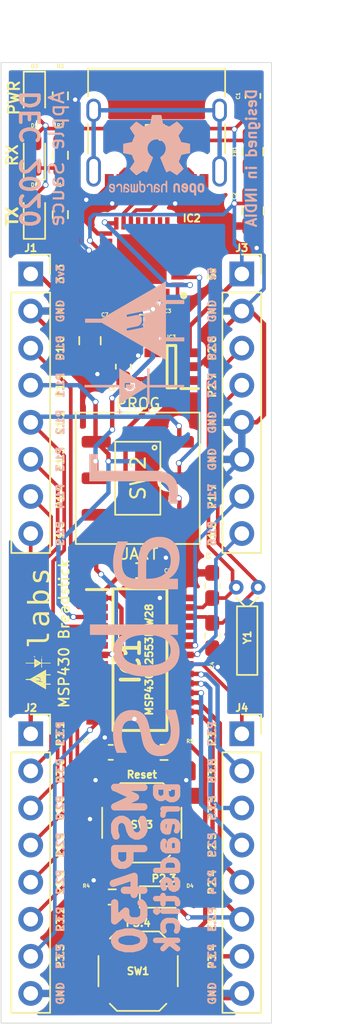
<source format=kicad_pcb>
(kicad_pcb (version 20171130) (host pcbnew 5.1.9-1.fc32)
  (title_block (title "MSP430 Breadstick - Apple Sauce") (date 2021-01-29) (rev v0.1) (company "Upside Down Labs") (comment 2 "MSP430G2553IPW28 + FT232RQ") (comment 3 "MSP430G2553 dev board") (comment 4 "Upside Down Labs MSP430 Breadstick"))
  (layers (0 F.Cu signal) (31 B.Cu signal) (34 B.Paste user) (35 F.Paste user) (36 B.SilkS user) (37 F.SilkS user) (38 B.Mask user) (39 F.Mask user) (44 Edge.Cuts user))
  (net 0 "")
  (net 1 GND)
  (net 2 5V)
  (net 3 3.3v)
  (net 4 RST)
  (net 5 3.3v_out)
  (net 6 "Net-(D1-Pad1)")
  (net 7 "Net-(D2-Pad1)")
  (net 8 "Net-(D3-Pad1)")
  (net 9 P2.3)
  (net 10 "Net-(D4-Pad1)")
  (net 11 "Net-(FB1-Pad2)")
  (net 12 P1.0)
  (net 13 P1.1)
  (net 14 P1.2)
  (net 15 P1.3)
  (net 16 P1.4)
  (net 17 P1.5)
  (net 18 P3.1)
  (net 19 P3.0)
  (net 20 P2.0)
  (net 21 P2.1)
  (net 22 P2.2)
  (net 23 P3.2)
  (net 24 P3.3)
  (net 25 P3.4)
  (net 26 P2.4)
  (net 27 P2.5)
  (net 28 P3.5)
  (net 29 P3.6)
  (net 30 P3.7)
  (net 31 P1.6)
  (net 32 P1.7)
  (net 33 TEST)
  (net 34 P2.7)
  (net 35 P2.6)
  (net 36 RXD)
  (net 37 "Net-(IC2-Pad3)")
  (net 38 "Net-(IC2-Pad5)")
  (net 39 "Net-(IC2-Pad6)")
  (net 40 "Net-(IC2-Pad7)")
  (net 41 "Net-(IC2-Pad8)")
  (net 42 "Net-(IC2-Pad9)")
  (net 43 "Net-(IC2-Pad10)")
  (net 44 "Net-(IC2-Pad11)")
  (net 45 "Net-(IC2-Pad12)")
  (net 46 "Net-(IC2-Pad13)")
  (net 47 D+)
  (net 48 D-)
  (net 49 "Net-(IC2-Pad18)")
  (net 50 RXLED)
  (net 51 TXLED)
  (net 52 "Net-(IC2-Pad23)")
  (net 53 "Net-(IC2-Pad25)")
  (net 54 "Net-(IC2-Pad27)")
  (net 55 "Net-(IC2-Pad28)")
  (net 56 "Net-(IC2-Pad29)")
  (net 57 TXD)
  (net 58 DTR)
  (net 59 RTS)
  (net 60 "Net-(IC2-Pad33)")
  (net 61 "Net-(IC3-Pad4)")
  (net 62 "Net-(P1-PadA5)")
  (net 63 "Net-(P1-PadB5)")
  (net 64 "Net-(P1-PadS1)")
  (module Symbol:OSHW-Logo2_7.3x6mm_SilkScreen (layer B.Cu) (at 136.398 51.816 180)
    (fp_text reference REF** hide)
    (fp_text value OSHW-Logo2_7.3x6mm_SilkScreen hide)
  )
  (module udlabs:udlabs_32.5x6.8 (layer B.Cu) (at 134.874 76.708 270)
    (fp_text reference G*** hide)
    (fp_text value LOGO hide)
  )
  (module udlabs:udlabs_8.1x1.7 (layer F.Cu) (at 128.27 84.328 90)
    (fp_text reference G*** hide)
    (fp_text value LOGO hide)
  )
  (module Capacitor_SMD:C_0603_1608Metric_Pad1.08x0.95mm_HandSolder (layer F.Cu) (at 140.208 84.709 270)
    (fp_text reference C4 (at 2.032 0 90) (layer F.SilkS) (effects (font (size 0.25 0.25) (thickness 0.0625))))
    (fp_text value 22pF)
    (pad 2 smd roundrect (at 0.8625 0 270) (size 1.075 0.95) (layers F.Cu F.Paste F.Mask) (net 1 GND))
    (pad 1 smd roundrect (at -0.8625 0 270) (size 1.075 0.95) (layers F.Cu F.Paste F.Mask) (net 34 P2.7))
  )
  (module Crystal:Crystal_DS10_D1.0mm_L4.3mm_Horizontal (layer F.Cu) (at 141.859 81.407)
    (fp_text reference Y1 (at 0.762 3.429 90) (layer F.SilkS) (effects (font (size 0.5 0.5) (thickness 0.125))))
    (fp_text value "32768 Hz")
    (pad 2 thru_hole circle (at 1.5 0) (size 1 1) (drill 0.5) (layers *.Cu *.Mask) (net 34 P2.7))
    (pad 1 thru_hole circle (at 0 0) (size 1 1) (drill 0.5) (layers *.Cu *.Mask) (net 35 P2.6))
  )
  (module Capacitor_SMD:C_0603_1608Metric_Pad1.08x0.95mm_HandSolder (layer F.Cu) (at 140.208 81.28 90)
    (fp_text reference C9 (at 2.032 -0.254 90) (layer F.SilkS) (effects (font (size 0.25 0.25) (thickness 0.0625))))
    (fp_text value 22pF)
    (pad 2 smd roundrect (at 0.8625 0 90) (size 1.075 0.95) (layers F.Cu F.Paste F.Mask) (net 1 GND))
    (pad 1 smd roundrect (at -0.8625 0 90) (size 1.075 0.95) (layers F.Cu F.Paste F.Mask) (net 35 P2.6))
  )
  (module LED_SMD:LED_0603_1608Metric_Pad1.05x0.95mm_HandSolder (layer F.Cu) (at 136.906 102.616)
    (fp_text reference D4 (at 1.778 -0.762) (layer F.SilkS) (effects (font (size 0.25 0.25) (thickness 0.0625))))
    (fp_text value "USR LED")
    (pad 2 smd roundrect (at 0.875 0) (size 1.05 0.95) (layers F.Cu F.Paste F.Mask) (net 9 P2.3))
    (pad 1 smd roundrect (at -0.875 0) (size 1.05 0.95) (layers F.Cu F.Paste F.Mask) (net 10 "Net-(D4-Pad1)"))
  )
  (module Resistor_SMD:R_0603_1608Metric_Pad0.98x0.95mm_HandSolder (layer F.Cu) (at 133.35 102.616)
    (fp_text reference R4 (at -1.778 -0.762 180) (layer F.SilkS) (effects (font (size 0.25 0.25) (thickness 0.0625))))
    (fp_text value 1k)
    (pad 2 smd roundrect (at 0.9125 0) (size 0.975 0.95) (layers F.Cu F.Paste F.Mask) (net 10 "Net-(D4-Pad1)"))
    (pad 1 smd roundrect (at -0.9125 0) (size 0.975 0.95) (layers F.Cu F.Paste F.Mask) (net 1 GND))
  )
  (module Capacitor_SMD:C_0603_1608Metric_Pad1.08x0.95mm_HandSolder (layer F.Cu) (at 135.128 80.264 180)
    (fp_text reference C8 (at -2.032 0) (layer F.SilkS) (effects (font (size 0.25 0.25) (thickness 0.0625))))
    (fp_text value 100nF)
    (pad 1 smd roundrect (at -0.8625 0 180) (size 1.075 0.95) (layers F.Cu F.Paste F.Mask) (net 1 GND))
    (pad 2 smd roundrect (at 0.8625 0 180) (size 1.075 0.95) (layers F.Cu F.Paste F.Mask) (net 3 3.3v))
  )
  (module Capacitor_SMD:C_0603_1608Metric_Pad1.08x0.95mm_HandSolder (layer F.Cu) (at 134.112 66.294 270)
    (fp_text reference C6 (at 1.524 0.762) (layer F.SilkS) (effects (font (size 0.25 0.25) (thickness 0.0625))))
    (fp_text value 100nF)
    (pad 2 smd roundrect (at 0.8625 0 270) (size 1.075 0.95) (layers F.Cu F.Paste F.Mask) (net 5 3.3v_out))
    (pad 1 smd roundrect (at -0.8625 0 270) (size 1.075 0.95) (layers F.Cu F.Paste F.Mask) (net 1 GND))
  )
  (module Capacitor_SMD:C_0603_1608Metric_Pad1.08x0.95mm_HandSolder (layer F.Cu) (at 133.2495 92.71 180)
    (fp_text reference C5 (at 1.6775 0.762 180) (layer F.SilkS) (effects (font (size 0.25 0.25) (thickness 0.0625))))
    (fp_text value 100nF)
    (pad 2 smd roundrect (at 0.8625 0 180) (size 1.075 0.95) (layers F.Cu F.Paste F.Mask) (net 4 RST))
    (pad 1 smd roundrect (at -0.8625 0 180) (size 1.075 0.95) (layers F.Cu F.Paste F.Mask) (net 1 GND))
  )
  (module Capacitor_SMD:C_0603_1608Metric_Pad1.08x0.95mm_HandSolder (layer F.Cu) (at 135.382 63.246)
    (fp_text reference C3 (at 1.778 -0.762) (layer F.SilkS) (effects (font (size 0.25 0.25) (thickness 0.0625))))
    (fp_text value 100nF)
    (pad 2 smd roundrect (at 0.8625 0) (size 1.075 0.95) (layers F.Cu F.Paste F.Mask) (net 3 3.3v))
    (pad 1 smd roundrect (at -0.8625 0) (size 1.075 0.95) (layers F.Cu F.Paste F.Mask) (net 1 GND))
  )
  (module Capacitor_SMD:C_0603_1608Metric_Pad1.08x0.95mm_HandSolder (layer F.Cu) (at 143.002 47.752 90)
    (fp_text reference C1 (at 0 -1.016 90) (layer F.SilkS) (effects (font (size 0.25 0.25) (thickness 0.0625))))
    (fp_text value 100nF)
    (pad 2 smd roundrect (at 0.8625 0 90) (size 1.075 0.95) (layers F.Cu F.Paste F.Mask) (net 1 GND))
    (pad 1 smd roundrect (at -0.8625 0 90) (size 1.075 0.95) (layers F.Cu F.Paste F.Mask) (net 2 5V))
  )
  (module Capacitor_SMD:C_0805_2012Metric_Pad1.18x1.45mm_HandSolder (layer F.Cu) (at 131.826 64.516 90)
    (fp_text reference C7 (at 1.778 1.016) (layer F.SilkS) (effects (font (size 0.25 0.25) (thickness 0.0625))))
    (fp_text value 10uF)
    (pad 2 smd roundrect (at 1.0375 0 90) (size 1.175 1.45) (layers F.Cu F.Paste F.Mask) (roundrect_rratio 0.212766) (net 5 3.3v_out))
    (pad 1 smd roundrect (at -1.0375 0 90) (size 1.175 1.45) (layers F.Cu F.Paste F.Mask) (roundrect_rratio 0.212766) (net 1 GND))
  )
  (module Capacitor_SMD:C_0805_2012Metric_Pad1.18x1.45mm_HandSolder (layer F.Cu) (at 143.002 55.626 90)
    (fp_text reference C2 (at 1.016 -1.27 90) (layer F.SilkS) (effects (font (size 0.25 0.25) (thickness 0.0625))))
    (fp_text value 10uF)
    (pad 2 smd roundrect (at 1.0375 0 90) (size 1.175 1.45) (layers F.Cu F.Paste F.Mask) (roundrect_rratio 0.212766) (net 2 5V))
    (pad 1 smd roundrect (at -1.0375 0 90) (size 1.175 1.45) (layers F.Cu F.Paste F.Mask) (roundrect_rratio 0.212766) (net 1 GND))
  )
  (module Resistor_SMD:R_0603_1608Metric_Pad0.98x0.95mm_HandSolder (layer F.Cu) (at 136.906 92.71 180)
    (fp_text reference R5 (at -1.778 0.762) (layer F.SilkS) (effects (font (size 0.25 0.25) (thickness 0.0625))))
    (fp_text value 10k)
    (pad 2 smd roundrect (at 0.9125 0 180) (size 0.975 0.95) (layers F.Cu F.Paste F.Mask) (net 3 3.3v))
    (pad 1 smd roundrect (at -0.9125 0 180) (size 0.975 0.95) (layers F.Cu F.Paste F.Mask) (net 4 RST))
  )
  (module Resistor_SMD:R_0603_1608Metric_Pad0.98x0.95mm_HandSolder (layer F.Cu) (at 129.794 47.752 90)
    (fp_text reference R3 (at 2.032 0 180) (layer F.SilkS) (effects (font (size 0.25 0.25) (thickness 0.0625))))
    (fp_text value 1k)
    (pad 2 smd roundrect (at 0.9125 0 90) (size 0.975 0.95) (layers F.Cu F.Paste F.Mask) (net 8 "Net-(D3-Pad1)"))
    (pad 1 smd roundrect (at -0.9125 0 90) (size 0.975 0.95) (layers F.Cu F.Paste F.Mask) (net 1 GND))
  )
  (module Resistor_SMD:R_0603_1608Metric_Pad0.98x0.95mm_HandSolder (layer F.Cu) (at 129.794 51.816 270)
    (fp_text reference R2 (at -2.032 0 180) (layer F.SilkS) (effects (font (size 0.25 0.25) (thickness 0.0625))))
    (fp_text value 1k)
    (pad 2 smd roundrect (at 0.9125 0 270) (size 0.975 0.95) (layers F.Cu F.Paste F.Mask) (net 7 "Net-(D2-Pad1)"))
    (pad 1 smd roundrect (at -0.9125 0 270) (size 0.975 0.95) (layers F.Cu F.Paste F.Mask) (net 50 RXLED))
  )
  (module Resistor_SMD:R_0603_1608Metric_Pad0.98x0.95mm_HandSolder (layer F.Cu) (at 129.794 55.88 270)
    (fp_text reference R1 (at -2.032 0.127 180) (layer F.SilkS) (effects (font (size 0.25 0.25) (thickness 0.0625))))
    (fp_text value 1k)
    (pad 2 smd roundrect (at 0.9125 0 270) (size 0.975 0.95) (layers F.Cu F.Paste F.Mask) (net 6 "Net-(D1-Pad1)"))
    (pad 1 smd roundrect (at -0.9125 0 270) (size 0.975 0.95) (layers F.Cu F.Paste F.Mask) (net 51 TXLED))
  )
  (module Connector_PinSocket_2.54mm:PinSocket_1x08_P2.54mm_Vertical (layer F.Cu) (at 142.24 91.44)
    (fp_text reference J4 (at 0 -1.778) (layer F.SilkS) (effects (font (size 0.5 0.5) (thickness 0.125))))
    (fp_text value Conn_01x08_Male)
    (pad 8 thru_hole oval (at 0 17.78) (size 1.7 1.7) (drill 1) (layers *.Cu *.Mask) (net 1 GND))
    (pad 7 thru_hole oval (at 0 15.24) (size 1.7 1.7) (drill 1) (layers *.Cu *.Mask) (net 25 P3.4))
    (pad 6 thru_hole oval (at 0 12.7) (size 1.7 1.7) (drill 1) (layers *.Cu *.Mask) (net 9 P2.3))
    (pad 5 thru_hole oval (at 0 10.16) (size 1.7 1.7) (drill 1) (layers *.Cu *.Mask) (net 26 P2.4))
    (pad 4 thru_hole oval (at 0 7.62) (size 1.7 1.7) (drill 1) (layers *.Cu *.Mask) (net 27 P2.5))
    (pad 3 thru_hole oval (at 0 5.08) (size 1.7 1.7) (drill 1) (layers *.Cu *.Mask) (net 28 P3.5))
    (pad 2 thru_hole oval (at 0 2.54) (size 1.7 1.7) (drill 1) (layers *.Cu *.Mask) (net 29 P3.6))
    (pad 1 thru_hole rect (at 0 0) (size 1.7 1.7) (drill 1) (layers *.Cu *.Mask) (net 30 P3.7))
  )
  (module Connector_PinSocket_2.54mm:PinSocket_1x08_P2.54mm_Vertical (layer F.Cu) (at 142.24 59.944)
    (fp_text reference J3 (at 0 -1.778 180) (layer F.SilkS) (effects (font (size 0.5 0.5) (thickness 0.125))))
    (fp_text value Conn_01x08_Male)
    (pad 8 thru_hole oval (at 0 17.78) (size 1.7 1.7) (drill 1) (layers *.Cu *.Mask) (net 31 P1.6))
    (pad 7 thru_hole oval (at 0 15.24) (size 1.7 1.7) (drill 1) (layers *.Cu *.Mask) (net 32 P1.7))
    (pad 6 thru_hole oval (at 0 12.7) (size 1.7 1.7) (drill 1) (layers *.Cu *.Mask) (net 1 GND))
    (pad 5 thru_hole oval (at 0 10.16) (size 1.7 1.7) (drill 1) (layers *.Cu *.Mask) (net 1 GND))
    (pad 4 thru_hole oval (at 0 7.62) (size 1.7 1.7) (drill 1) (layers *.Cu *.Mask) (net 34 P2.7))
    (pad 3 thru_hole oval (at 0 5.08) (size 1.7 1.7) (drill 1) (layers *.Cu *.Mask) (net 35 P2.6))
    (pad 2 thru_hole oval (at 0 2.54) (size 1.7 1.7) (drill 1) (layers *.Cu *.Mask) (net 1 GND))
    (pad 1 thru_hole rect (at 0 0) (size 1.7 1.7) (drill 1) (layers *.Cu *.Mask) (net 2 5V))
  )
  (module Connector_PinSocket_2.54mm:PinSocket_1x08_P2.54mm_Vertical (layer F.Cu) (at 127.762 91.44)
    (fp_text reference J2 (at 0 -1.778) (layer F.SilkS) (effects (font (size 0.5 0.5) (thickness 0.125))))
    (fp_text value Conn_01x08_Male)
    (pad 8 thru_hole oval (at 0 17.78) (size 1.7 1.7) (drill 1) (layers *.Cu *.Mask) (net 1 GND))
    (pad 7 thru_hole oval (at 0 15.24) (size 1.7 1.7) (drill 1) (layers *.Cu *.Mask) (net 24 P3.3))
    (pad 6 thru_hole oval (at 0 12.7) (size 1.7 1.7) (drill 1) (layers *.Cu *.Mask) (net 23 P3.2))
    (pad 5 thru_hole oval (at 0 10.16) (size 1.7 1.7) (drill 1) (layers *.Cu *.Mask) (net 22 P2.2))
    (pad 4 thru_hole oval (at 0 7.62) (size 1.7 1.7) (drill 1) (layers *.Cu *.Mask) (net 21 P2.1))
    (pad 3 thru_hole oval (at 0 5.08) (size 1.7 1.7) (drill 1) (layers *.Cu *.Mask) (net 20 P2.0))
    (pad 2 thru_hole oval (at 0 2.54) (size 1.7 1.7) (drill 1) (layers *.Cu *.Mask) (net 19 P3.0))
    (pad 1 thru_hole rect (at 0 0) (size 1.7 1.7) (drill 1) (layers *.Cu *.Mask) (net 18 P3.1))
  )
  (module Connector_PinSocket_2.54mm:PinSocket_1x08_P2.54mm_Vertical (layer F.Cu) (at 127.762 59.944)
    (fp_text reference J1 (at 0 -1.778) (layer F.SilkS) (effects (font (size 0.5 0.5) (thickness 0.125))))
    (fp_text value Conn_01x08_Male)
    (pad 8 thru_hole oval (at 0 17.78) (size 1.7 1.7) (drill 1) (layers *.Cu *.Mask) (net 17 P1.5))
    (pad 7 thru_hole oval (at 0 15.24) (size 1.7 1.7) (drill 1) (layers *.Cu *.Mask) (net 16 P1.4))
    (pad 6 thru_hole oval (at 0 12.7) (size 1.7 1.7) (drill 1) (layers *.Cu *.Mask) (net 15 P1.3))
    (pad 5 thru_hole oval (at 0 10.16) (size 1.7 1.7) (drill 1) (layers *.Cu *.Mask) (net 14 P1.2))
    (pad 4 thru_hole oval (at 0 7.62) (size 1.7 1.7) (drill 1) (layers *.Cu *.Mask) (net 13 P1.1))
    (pad 3 thru_hole oval (at 0 5.08) (size 1.7 1.7) (drill 1) (layers *.Cu *.Mask) (net 12 P1.0))
    (pad 2 thru_hole oval (at 0 2.54) (size 1.7 1.7) (drill 1) (layers *.Cu *.Mask) (net 1 GND))
    (pad 1 thru_hole rect (at 0 0) (size 1.7 1.7) (drill 1) (layers *.Cu *.Mask) (net 5 3.3v_out))
  )
  (module Button_Switch_SMD:SW_SPST_SKQG_WithStem (layer F.Cu) (at 135.382 97.536 180)
    (fp_text reference SW3 (at 0 -0.127) (layer F.SilkS) (effects (font (size 0.5 0.5) (thickness 0.125))))
    (fp_text value SW_SPST)
    (pad 2 smd rect (at 3.1 1.85 180) (size 1.8 1.1) (layers F.Cu F.Paste F.Mask) (net 1 GND))
    (pad 2 smd rect (at -3.1 1.85 180) (size 1.8 1.1) (layers F.Cu F.Paste F.Mask) (net 1 GND))
    (pad 1 smd rect (at 3.1 -1.85 180) (size 1.8 1.1) (layers F.Cu F.Paste F.Mask) (net 4 RST))
    (pad 1 smd rect (at -3.1 -1.85 180) (size 1.8 1.1) (layers F.Cu F.Paste F.Mask) (net 4 RST))
  )
  (module udlabs:MSS22D18 (layer F.Cu) (at 139.954 75.438 270)
    (fp_text reference SW2 (at -1.524 4.826 90) (layer F.SilkS))
    (fp_text value MSS22D18)
    (pad 1 smd roundrect (at -4 2 270) (size 0.8 2) (layers F.Cu F.Paste F.Mask) (net 14 P1.2))
    (pad 2 smd roundrect (at -1.5 2 270) (size 0.8 2) (layers F.Cu F.Paste F.Mask) (net 36 RXD))
    (pad 3 smd roundrect (at 1 2 270) (size 0.8 2) (layers F.Cu F.Paste F.Mask) (net 13 P1.1))
    (pad 4 smd roundrect (at -4 7.7 270) (size 0.8 2) (layers F.Cu F.Paste F.Mask) (net 13 P1.1))
    (pad 5 smd roundrect (at -1.5 7.7 270) (size 0.8 2) (layers F.Cu F.Paste F.Mask) (net 57 TXD))
    (pad 6 smd roundrect (at 1 7.7 270) (size 0.8 2) (layers F.Cu F.Paste F.Mask) (net 17 P1.5))
  )
  (module Button_Switch_SMD:SW_SPST_SKQG_WithStem (layer F.Cu) (at 135.128 107.696)
    (fp_text reference SW1 (at 0 0) (layer F.SilkS) (effects (font (size 0.5 0.5) (thickness 0.125))))
    (fp_text value SW_SPST)
    (pad 2 smd rect (at 3.1 1.85) (size 1.8 1.1) (layers F.Cu F.Paste F.Mask) (net 1 GND))
    (pad 2 smd rect (at -3.1 1.85) (size 1.8 1.1) (layers F.Cu F.Paste F.Mask) (net 1 GND))
    (pad 1 smd rect (at 3.1 -1.85) (size 1.8 1.1) (layers F.Cu F.Paste F.Mask) (net 25 P3.4))
    (pad 1 smd rect (at -3.1 -1.85) (size 1.8 1.1) (layers F.Cu F.Paste F.Mask) (net 25 P3.4))
  )
  (module Connector_USB:USB_C_Receptacle_HRO_TYPE-C-31-M-12 (layer F.Cu) (at 136.398 49.784 180)
    (fp_text reference P1 (at 0 -0.508) (layer F.SilkS))
    (fp_text value USB_C_Plug_USB2.0)
    (pad B1 smd rect (at 3.25 -4.045 180) (size 0.6 1.45) (layers F.Cu F.Paste F.Mask) (net 1 GND))
    (pad A9 smd rect (at 2.45 -4.045 180) (size 0.6 1.45) (layers F.Cu F.Paste F.Mask) (net 11 "Net-(FB1-Pad2)"))
    (pad B9 smd rect (at -2.45 -4.045 180) (size 0.6 1.45) (layers F.Cu F.Paste F.Mask) (net 11 "Net-(FB1-Pad2)"))
    (pad B12 smd rect (at -3.25 -4.045 180) (size 0.6 1.45) (layers F.Cu F.Paste F.Mask) (net 1 GND))
    (pad A1 smd rect (at -3.25 -4.045 180) (size 0.6 1.45) (layers F.Cu F.Paste F.Mask) (net 1 GND))
    (pad A4 smd rect (at -2.45 -4.045 180) (size 0.6 1.45) (layers F.Cu F.Paste F.Mask) (net 11 "Net-(FB1-Pad2)"))
    (pad B4 smd rect (at 2.45 -4.045 180) (size 0.6 1.45) (layers F.Cu F.Paste F.Mask) (net 11 "Net-(FB1-Pad2)"))
    (pad A12 smd rect (at 3.25 -4.045 180) (size 0.6 1.45) (layers F.Cu F.Paste F.Mask) (net 1 GND))
    (pad B8 smd rect (at -1.75 -4.045 180) (size 0.3 1.45) (layers F.Cu F.Paste F.Mask))
    (pad A5 smd rect (at -1.25 -4.045 180) (size 0.3 1.45) (layers F.Cu F.Paste F.Mask) (net 62 "Net-(P1-PadA5)"))
    (pad B7 smd rect (at -0.75 -4.045 180) (size 0.3 1.45) (layers F.Cu F.Paste F.Mask))
    (pad A7 smd rect (at 0.25 -4.045 180) (size 0.3 1.45) (layers F.Cu F.Paste F.Mask) (net 48 D-))
    (pad B6 smd rect (at 0.75 -4.045 180) (size 0.3 1.45) (layers F.Cu F.Paste F.Mask))
    (pad A8 smd rect (at 1.25 -4.045 180) (size 0.3 1.45) (layers F.Cu F.Paste F.Mask))
    (pad B5 smd rect (at 1.75 -4.045 180) (size 0.3 1.45) (layers F.Cu F.Paste F.Mask) (net 63 "Net-(P1-PadB5)"))
    (pad A6 smd rect (at -0.25 -4.045 180) (size 0.3 1.45) (layers F.Cu F.Paste F.Mask) (net 47 D+))
    (pad S1 thru_hole oval (at 4.32 -3.13 180) (size 1 2.1) (drill oval 0.6 1.7) (layers *.Cu *.Mask) (net 64 "Net-(P1-PadS1)"))
    (pad S1 thru_hole oval (at -4.32 -3.13 180) (size 1 2.1) (drill oval 0.6 1.7) (layers *.Cu *.Mask) (net 64 "Net-(P1-PadS1)"))
    (pad "" np_thru_hole circle (at -2.89 -2.6 180) (size 0.65 0.65) (drill 0.65) (layers *.Cu *.Mask))
    (pad S1 thru_hole oval (at -4.32 1.05 180) (size 1 1.6) (drill oval 0.6 1.2) (layers *.Cu *.Mask) (net 64 "Net-(P1-PadS1)"))
    (pad "" np_thru_hole circle (at 2.89 -2.6 180) (size 0.65 0.65) (drill 0.65) (layers *.Cu *.Mask))
    (pad S1 thru_hole oval (at 4.32 1.05 180) (size 1 1.6) (drill oval 0.6 1.2) (layers *.Cu *.Mask) (net 64 "Net-(P1-PadS1)"))
  )
  (module udlabs:TLV74033PDBVR (layer F.Cu) (at 137.414 66.294 180)
    (fp_text reference IC3 (at 0 2.032 180) (layer F.SilkS) (effects (font (size 0.25 0.25) (thickness 0.0625))))
    (fp_text value TLV74033PDBVR hide)
    (pad 1 smd rect (at -1.25 -0.95 270) (size 0.6 1.2) (layers F.Cu F.Paste F.Mask) (net 2 5V))
    (pad 2 smd rect (at -1.25 0 270) (size 0.6 1.2) (layers F.Cu F.Paste F.Mask) (net 1 GND))
    (pad 3 smd rect (at -1.25 0.95 270) (size 0.6 1.2) (layers F.Cu F.Paste F.Mask) (net 2 5V))
    (pad 4 smd rect (at 1.25 0.95 270) (size 0.6 1.2) (layers F.Cu F.Paste F.Mask) (net 61 "Net-(IC3-Pad4)"))
    (pad 5 smd rect (at 1.25 -0.95 270) (size 0.6 1.2) (layers F.Cu F.Paste F.Mask) (net 5 3.3v_out))
  )
  (module udlabs:FT232RQ (layer F.Cu) (at 135.382 58.928 180)
    (fp_text reference IC2 (at -3.429 2.794) (layer F.SilkS) (effects (font (size 0.5 0.5) (thickness 0.125))))
    (fp_text value FT232RQ hide)
    (pad 1 smd rect (at -2.45 -1.75 270) (size 0.3 0.85) (layers F.Cu F.Paste F.Mask) (net 3 3.3v))
    (pad 2 smd rect (at -2.45 -1.25 270) (size 0.3 0.85) (layers F.Cu F.Paste F.Mask) (net 36 RXD))
    (pad 3 smd rect (at -2.45 -0.75 270) (size 0.3 0.85) (layers F.Cu F.Paste F.Mask) (net 37 "Net-(IC2-Pad3)"))
    (pad 4 smd rect (at -2.45 -0.25 270) (size 0.3 0.85) (layers F.Cu F.Paste F.Mask) (net 1 GND))
    (pad 5 smd rect (at -2.45 0.25 270) (size 0.3 0.85) (layers F.Cu F.Paste F.Mask) (net 38 "Net-(IC2-Pad5)"))
    (pad 6 smd rect (at -2.45 0.75 270) (size 0.3 0.85) (layers F.Cu F.Paste F.Mask) (net 39 "Net-(IC2-Pad6)"))
    (pad 7 smd rect (at -2.45 1.25 270) (size 0.3 0.85) (layers F.Cu F.Paste F.Mask) (net 40 "Net-(IC2-Pad7)"))
    (pad 8 smd rect (at -2.45 1.75 270) (size 0.3 0.85) (layers F.Cu F.Paste F.Mask) (net 41 "Net-(IC2-Pad8)"))
    (pad 9 smd rect (at -1.75 2.45 180) (size 0.3 0.85) (layers F.Cu F.Paste F.Mask) (net 42 "Net-(IC2-Pad9)"))
    (pad 10 smd rect (at -1.25 2.45 180) (size 0.3 0.85) (layers F.Cu F.Paste F.Mask) (net 43 "Net-(IC2-Pad10)"))
    (pad 11 smd rect (at -0.75 2.45 180) (size 0.3 0.85) (layers F.Cu F.Paste F.Mask) (net 44 "Net-(IC2-Pad11)"))
    (pad 12 smd rect (at -0.25 2.45 180) (size 0.3 0.85) (layers F.Cu F.Paste F.Mask) (net 45 "Net-(IC2-Pad12)"))
    (pad 13 smd rect (at 0.25 2.45 180) (size 0.3 0.85) (layers F.Cu F.Paste F.Mask) (net 46 "Net-(IC2-Pad13)"))
    (pad 14 smd rect (at 0.75 2.45 180) (size 0.3 0.85) (layers F.Cu F.Paste F.Mask) (net 47 D+))
    (pad 15 smd rect (at 1.25 2.45 180) (size 0.3 0.85) (layers F.Cu F.Paste F.Mask) (net 48 D-))
    (pad 16 smd rect (at 1.75 2.45 180) (size 0.3 0.85) (layers F.Cu F.Paste F.Mask) (net 3 3.3v))
    (pad 17 smd rect (at 2.45 1.75 270) (size 0.3 0.85) (layers F.Cu F.Paste F.Mask) (net 1 GND))
    (pad 18 smd rect (at 2.45 1.25 270) (size 0.3 0.85) (layers F.Cu F.Paste F.Mask) (net 49 "Net-(IC2-Pad18)"))
    (pad 19 smd rect (at 2.45 0.75 270) (size 0.3 0.85) (layers F.Cu F.Paste F.Mask) (net 2 5V))
    (pad 20 smd rect (at 2.45 0.25 270) (size 0.3 0.85) (layers F.Cu F.Paste F.Mask) (net 1 GND))
    (pad 21 smd rect (at 2.45 -0.25 270) (size 0.3 0.85) (layers F.Cu F.Paste F.Mask) (net 50 RXLED))
    (pad 22 smd rect (at 2.45 -0.75 270) (size 0.3 0.85) (layers F.Cu F.Paste F.Mask) (net 51 TXLED))
    (pad 23 smd rect (at 2.45 -1.25 270) (size 0.3 0.85) (layers F.Cu F.Paste F.Mask) (net 52 "Net-(IC2-Pad23)"))
    (pad 24 smd rect (at 2.45 -1.75 270) (size 0.3 0.85) (layers F.Cu F.Paste F.Mask) (net 1 GND))
    (pad 25 smd rect (at 1.75 -2.45 180) (size 0.3 0.85) (layers F.Cu F.Paste F.Mask) (net 53 "Net-(IC2-Pad25)"))
    (pad 26 smd rect (at 1.25 -2.45 180) (size 0.3 0.85) (layers F.Cu F.Paste F.Mask) (net 1 GND))
    (pad 27 smd rect (at 0.75 -2.45 180) (size 0.3 0.85) (layers F.Cu F.Paste F.Mask) (net 54 "Net-(IC2-Pad27)"))
    (pad 28 smd rect (at 0.25 -2.45 180) (size 0.3 0.85) (layers F.Cu F.Paste F.Mask) (net 55 "Net-(IC2-Pad28)"))
    (pad 29 smd rect (at -0.25 -2.45 180) (size 0.3 0.85) (layers F.Cu F.Paste F.Mask) (net 56 "Net-(IC2-Pad29)"))
    (pad 30 smd rect (at -0.75 -2.45 180) (size 0.3 0.85) (layers F.Cu F.Paste F.Mask) (net 57 TXD))
    (pad 31 smd rect (at -1.25 -2.45 180) (size 0.3 0.85) (layers F.Cu F.Paste F.Mask) (net 58 DTR))
    (pad 32 smd rect (at -1.75 -2.45 180) (size 0.3 0.85) (layers F.Cu F.Paste F.Mask) (net 59 RTS))
    (pad 33 smd rect (at 0 0 180) (size 3.4 3.4) (layers F.Cu F.Paste F.Mask) (net 60 "Net-(IC2-Pad33)"))
  )
  (module udlabs:MSP430G2553IPW28 (layer F.Cu) (at 135.255 86.36)
    (fp_text reference IC1 (at -0.635 0.127 90) (layer F.SilkS) (effects (font (size 1.27 1.27) (thickness 0.254))))
    (fp_text value MSP430G2553IPW28 hide)
    (pad 1 smd rect (at -2.938 -4.225 90) (size 0.45 1.475) (layers F.Cu F.Paste F.Mask) (net 3 3.3v))
    (pad 2 smd rect (at -2.938 -3.575 90) (size 0.45 1.475) (layers F.Cu F.Paste F.Mask) (net 12 P1.0))
    (pad 3 smd rect (at -2.938 -2.925 90) (size 0.45 1.475) (layers F.Cu F.Paste F.Mask) (net 13 P1.1))
    (pad 4 smd rect (at -2.938 -2.275 90) (size 0.45 1.475) (layers F.Cu F.Paste F.Mask) (net 14 P1.2))
    (pad 5 smd rect (at -2.938 -1.625 90) (size 0.45 1.475) (layers F.Cu F.Paste F.Mask) (net 15 P1.3))
    (pad 6 smd rect (at -2.938 -0.975 90) (size 0.45 1.475) (layers F.Cu F.Paste F.Mask) (net 16 P1.4))
    (pad 7 smd rect (at -2.938 -0.325 90) (size 0.45 1.475) (layers F.Cu F.Paste F.Mask) (net 17 P1.5))
    (pad 8 smd rect (at -2.938 0.325 90) (size 0.45 1.475) (layers F.Cu F.Paste F.Mask) (net 18 P3.1))
    (pad 9 smd rect (at -2.938 0.975 90) (size 0.45 1.475) (layers F.Cu F.Paste F.Mask) (net 19 P3.0))
    (pad 10 smd rect (at -2.938 1.625 90) (size 0.45 1.475) (layers F.Cu F.Paste F.Mask) (net 20 P2.0))
    (pad 11 smd rect (at -2.938 2.275 90) (size 0.45 1.475) (layers F.Cu F.Paste F.Mask) (net 21 P2.1))
    (pad 12 smd rect (at -2.938 2.925 90) (size 0.45 1.475) (layers F.Cu F.Paste F.Mask) (net 22 P2.2))
    (pad 13 smd rect (at -2.938 3.575 90) (size 0.45 1.475) (layers F.Cu F.Paste F.Mask) (net 23 P3.2))
    (pad 14 smd rect (at -2.938 4.225 90) (size 0.45 1.475) (layers F.Cu F.Paste F.Mask) (net 24 P3.3))
    (pad 15 smd rect (at 2.938 4.225 90) (size 0.45 1.475) (layers F.Cu F.Paste F.Mask) (net 25 P3.4))
    (pad 16 smd rect (at 2.938 3.575 90) (size 0.45 1.475) (layers F.Cu F.Paste F.Mask) (net 9 P2.3))
    (pad 17 smd rect (at 2.938 2.925 90) (size 0.45 1.475) (layers F.Cu F.Paste F.Mask) (net 26 P2.4))
    (pad 18 smd rect (at 2.938 2.275 90) (size 0.45 1.475) (layers F.Cu F.Paste F.Mask) (net 27 P2.5))
    (pad 19 smd rect (at 2.938 1.625 90) (size 0.45 1.475) (layers F.Cu F.Paste F.Mask) (net 28 P3.5))
    (pad 20 smd rect (at 2.938 0.975 90) (size 0.45 1.475) (layers F.Cu F.Paste F.Mask) (net 29 P3.6))
    (pad 21 smd rect (at 2.938 0.325 90) (size 0.45 1.475) (layers F.Cu F.Paste F.Mask) (net 30 P3.7))
    (pad 22 smd rect (at 2.938 -0.325 90) (size 0.45 1.475) (layers F.Cu F.Paste F.Mask) (net 31 P1.6))
    (pad 23 smd rect (at 2.938 -0.975 90) (size 0.45 1.475) (layers F.Cu F.Paste F.Mask) (net 32 P1.7))
    (pad 24 smd rect (at 2.938 -1.625 90) (size 0.45 1.475) (layers F.Cu F.Paste F.Mask) (net 4 RST))
    (pad 25 smd rect (at 2.938 -2.275 90) (size 0.45 1.475) (layers F.Cu F.Paste F.Mask) (net 33 TEST))
    (pad 26 smd rect (at 2.938 -2.925 90) (size 0.45 1.475) (layers F.Cu F.Paste F.Mask) (net 34 P2.7))
    (pad 27 smd rect (at 2.938 -3.575 90) (size 0.45 1.475) (layers F.Cu F.Paste F.Mask) (net 35 P2.6))
    (pad 28 smd rect (at 2.938 -4.225 90) (size 0.45 1.475) (layers F.Cu F.Paste F.Mask) (net 1 GND))
  )
  (module Inductor_SMD:L_0805_2012Metric_Pad1.15x1.40mm_HandSolder (layer F.Cu) (at 143.002 51.571 90)
    (fp_text reference FB1 (at 0.009 -1.27 90) (layer F.SilkS) (effects (font (size 0.25 0.25) (thickness 0.0625))))
    (fp_text value Ferrite_Bead_Small)
    (pad 2 smd roundrect (at 1.025 0 90) (size 1.15 1.4) (layers F.Cu F.Paste F.Mask) (roundrect_rratio 0.217391) (net 11 "Net-(FB1-Pad2)"))
    (pad 1 smd roundrect (at -1.025 0 90) (size 1.15 1.4) (layers F.Cu F.Paste F.Mask) (roundrect_rratio 0.217391) (net 2 5V))
  )
  (module LED_SMD:LED_0603_1608Metric_Pad1.05x0.95mm_HandSolder (layer F.Cu) (at 128.016 47.752 270)
    (fp_text reference D3 (at -2.032 0 180) (layer F.SilkS) (effects (font (size 0.25 0.25) (thickness 0.0625))))
    (fp_text value "PWR LED")
    (pad 2 smd roundrect (at 0.875 0 270) (size 1.05 0.95) (layers F.Cu F.Paste F.Mask) (net 2 5V))
    (pad 1 smd roundrect (at -0.875 0 270) (size 1.05 0.95) (layers F.Cu F.Paste F.Mask) (net 8 "Net-(D3-Pad1)"))
  )
  (module LED_SMD:LED_0603_1608Metric_Pad1.05x0.95mm_HandSolder (layer F.Cu) (at 128.016 51.816 90)
    (fp_text reference D2 (at 2.032 0 180) (layer F.SilkS) (effects (font (size 0.25 0.25) (thickness 0.0625))))
    (fp_text value "RX LED")
    (pad 2 smd roundrect (at 0.875 0 90) (size 1.05 0.95) (layers F.Cu F.Paste F.Mask) (net 2 5V))
    (pad 1 smd roundrect (at -0.875 0 90) (size 1.05 0.95) (layers F.Cu F.Paste F.Mask) (net 7 "Net-(D2-Pad1)"))
  )
  (module LED_SMD:LED_0603_1608Metric_Pad1.05x0.95mm_HandSolder (layer F.Cu) (at 128.016 55.88 90)
    (fp_text reference D1 (at 2.032 0 180) (layer F.SilkS) (effects (font (size 0.25 0.25) (thickness 0.0625))))
    (fp_text value "TX LED")
    (pad 2 smd roundrect (at 0.875 0 90) (size 1.05 0.95) (layers F.Cu F.Paste F.Mask) (net 2 5V))
    (pad 1 smd roundrect (at -0.875 0 90) (size 1.05 0.95) (layers F.Cu F.Paste F.Mask) (net 6 "Net-(D1-Pad1)"))
  )
  (gr_text 5v (at 140.208 59.944 90) (layer B.SilkS) (effects (font (size 0.5 0.5) (thickness 0.125)) (justify mirror)))
  (gr_text GND (at 140.208 62.484 90) (layer B.SilkS) (effects (font (size 0.5 0.5) (thickness 0.125)) (justify mirror)))
  (gr_text P2.6 (at 140.208 65.024 90) (layer B.SilkS) (effects (font (size 0.5 0.5) (thickness 0.125)) (justify mirror)))
  (gr_text P2.7 (at 140.208 67.564 90) (layer B.SilkS) (effects (font (size 0.5 0.5) (thickness 0.125)) (justify mirror)))
  (gr_text GND (at 140.208 70.104 90) (layer B.SilkS) (effects (font (size 0.5 0.5) (thickness 0.125)) (justify mirror)))
  (gr_text GND (at 140.208 72.644 90) (layer B.SilkS) (effects (font (size 0.5 0.5) (thickness 0.125)) (justify mirror)))
  (gr_text P1.7 (at 140.208 75.184 90) (layer B.SilkS) (effects (font (size 0.5 0.5) (thickness 0.125)) (justify mirror)))
  (gr_text P1.6 (at 140.208 77.724 90) (layer B.SilkS) (effects (font (size 0.5 0.5) (thickness 0.125)) (justify mirror)))
  (gr_text P3.7 (at 140.208 91.44 90) (layer B.SilkS) (effects (font (size 0.5 0.5) (thickness 0.125)) (justify mirror)))
  (gr_text P3.6 (at 140.208 93.98 90) (layer B.SilkS) (effects (font (size 0.5 0.5) (thickness 0.125)) (justify mirror)))
  (gr_text P3.5 (at 140.208 96.52 90) (layer B.SilkS) (effects (font (size 0.5 0.5) (thickness 0.125)) (justify mirror)))
  (gr_text P2.5 (at 140.208 99.06 90) (layer B.SilkS) (effects (font (size 0.5 0.5) (thickness 0.125)) (justify mirror)))
  (gr_text P2.4 (at 140.208 101.6 90) (layer B.SilkS) (effects (font (size 0.5 0.5) (thickness 0.125)) (justify mirror)))
  (gr_text P2.3 (at 140.208 104.14 90) (layer B.SilkS) (effects (font (size 0.5 0.5) (thickness 0.125)) (justify mirror)))
  (gr_text P3.4 (at 140.208 106.68 90) (layer B.SilkS) (effects (font (size 0.5 0.5) (thickness 0.125)) (justify mirror)))
  (gr_text GND (at 140.208 109.22 90) (layer B.SilkS) (effects (font (size 0.5 0.5) (thickness 0.125)) (justify mirror)))
  (gr_text GND (at 129.794 109.22 90) (layer B.SilkS) (effects (font (size 0.5 0.5) (thickness 0.125)) (justify mirror)))
  (gr_text P3.3 (at 129.794 106.68 90) (layer B.SilkS) (effects (font (size 0.5 0.5) (thickness 0.125)) (justify mirror)))
  (gr_text P3.2 (at 129.794 104.14 90) (layer B.SilkS) (effects (font (size 0.5 0.5) (thickness 0.125)) (justify mirror)))
  (gr_text P2.2 (at 129.794 101.6 90) (layer B.SilkS) (effects (font (size 0.5 0.5) (thickness 0.125)) (justify mirror)))
  (gr_text P2.1 (at 129.794 99.06 90) (layer B.SilkS) (effects (font (size 0.5 0.5) (thickness 0.125)) (justify mirror)))
  (gr_text P2.0 (at 129.794 96.52 90) (layer B.SilkS) (effects (font (size 0.5 0.5) (thickness 0.125)) (justify mirror)))
  (gr_text P3.0 (at 129.794 93.98 90) (layer B.SilkS) (effects (font (size 0.5 0.5) (thickness 0.125)) (justify mirror)))
  (gr_text P3.1 (at 129.794 91.44 90) (layer B.SilkS) (effects (font (size 0.5 0.5) (thickness 0.125)) (justify mirror)))
  (gr_text P1.5 (at 129.794 77.724 90) (layer B.SilkS) (effects (font (size 0.5 0.5) (thickness 0.125)) (justify mirror)))
  (gr_text P1.4 (at 129.794 75.184 90) (layer B.SilkS) (effects (font (size 0.5 0.5) (thickness 0.125)) (justify mirror)))
  (gr_text P1.3 (at 129.794 72.644 90) (layer B.SilkS) (effects (font (size 0.5 0.5) (thickness 0.125)) (justify mirror)))
  (gr_text P1.2 (at 129.794 70.104 90) (layer B.SilkS) (effects (font (size 0.5 0.5) (thickness 0.125)) (justify mirror)))
  (gr_text P1.1 (at 129.794 67.564 90) (layer B.SilkS) (effects (font (size 0.5 0.5) (thickness 0.125)) (justify mirror)))
  (gr_text P1.0 (at 129.794 65.024 90) (layer B.SilkS) (effects (font (size 0.5 0.5) (thickness 0.125)) (justify mirror)))
  (gr_text GND (at 129.794 62.484 90) (layer B.SilkS) (effects (font (size 0.5 0.5) (thickness 0.125)) (justify mirror)))
  (gr_text 3v3 (at 129.794 59.944 90) (layer B.SilkS) (effects (font (size 0.5 0.5) (thickness 0.125)) (justify mirror)))
  (gr_text "Designed in INDIA" (at 142.9 52 90) (layer B.SilkS) (effects (font (size 0.7 0.7)) (justify mirror)))
  (gr_text "Apple Sauce" (at 129.54 52.078 90) (layer B.SilkS) (effects (font (size 1 1)) (justify mirror)))
  (gr_text "DEC 2020" (at 127.762 52.078 90) (layer B.SilkS) (effects (font (size 1.25 1.25) (thickness 0.25)) (justify mirror)))
  (gr_text Breadstick (at 137.16 100.584 90) (layer B.SilkS) (effects (font (size 1.5 1.5) (thickness 0.375)) (justify mirror)))
  (gr_text MSP430 (at 134.62 100.584 90) (layer B.SilkS) (effects (font (size 2 2) (thickness 0.5)) (justify mirror)))
  (gr_text "MSP430 Breadstick" (at 130.048 84.582 90) (layer F.SilkS) (effects (font (size 0.7 0.7) (thickness 0.125))))
  (gr_text GND (at 140.208 109.22 90) (layer F.SilkS) (effects (font (size 0.5 0.5) (thickness 0.125))))
  (gr_text P3.4 (at 140.208 106.68 90) (layer F.SilkS) (effects (font (size 0.5 0.5) (thickness 0.125))))
  (gr_text P2.3 (at 140.208 104.14 90) (layer F.SilkS) (effects (font (size 0.5 0.5) (thickness 0.125))))
  (gr_text P2.4 (at 140.208 101.6 90) (layer F.SilkS) (effects (font (size 0.5 0.5) (thickness 0.125))))
  (gr_text P2.5 (at 140.208 99.06 90) (layer F.SilkS) (effects (font (size 0.5 0.5) (thickness 0.125))))
  (gr_text P3.5 (at 140.208 96.52 90) (layer F.SilkS) (effects (font (size 0.5 0.5) (thickness 0.125))))
  (gr_text P3.6 (at 140.208 93.98 90) (layer F.SilkS) (effects (font (size 0.5 0.5) (thickness 0.125))))
  (gr_text P3.7 (at 140.208 91.44 90) (layer F.SilkS) (effects (font (size 0.5 0.5) (thickness 0.125))))
  (gr_text P1.6 (at 140.208 77.724 90) (layer F.SilkS) (effects (font (size 0.5 0.5) (thickness 0.125))))
  (gr_text P1.7 (at 140.208 75.184 90) (layer F.SilkS) (effects (font (size 0.5 0.5) (thickness 0.125))))
  (gr_text GND (at 140.208 72.644 90) (layer F.SilkS) (effects (font (size 0.5 0.5) (thickness 0.125))))
  (gr_text GND (at 140.208 70.104 90) (layer F.SilkS) (effects (font (size 0.5 0.5) (thickness 0.125))))
  (gr_text P2.7 (at 140.208 67.564 90) (layer F.SilkS) (effects (font (size 0.5 0.5) (thickness 0.125))))
  (gr_text P2.6 (at 140.208 65.024 90) (layer F.SilkS) (effects (font (size 0.5 0.5) (thickness 0.125))))
  (gr_text GND (at 140.208 62.484 90) (layer F.SilkS) (effects (font (size 0.5 0.5) (thickness 0.125))))
  (gr_text 5v (at 140.208 59.944 90) (layer F.SilkS) (effects (font (size 0.5 0.5) (thickness 0.125))))
  (gr_text GND (at 129.794 109.22 90) (layer F.SilkS) (effects (font (size 0.5 0.5) (thickness 0.125))))
  (gr_text P3.3 (at 129.794 106.68 90) (layer F.SilkS) (effects (font (size 0.5 0.5) (thickness 0.125))))
  (gr_text P3.2 (at 129.794 104.14 90) (layer F.SilkS) (effects (font (size 0.5 0.5) (thickness 0.125))))
  (gr_text P2.2 (at 129.794 101.6 90) (layer F.SilkS) (effects (font (size 0.5 0.5) (thickness 0.125))))
  (gr_text P2.1 (at 129.794 99.06 90) (layer F.SilkS) (effects (font (size 0.5 0.5) (thickness 0.125))))
  (gr_text P2.0 (at 129.794 96.52 90) (layer F.SilkS) (effects (font (size 0.5 0.5) (thickness 0.125))))
  (gr_text P3.0 (at 129.794 93.98 90) (layer F.SilkS) (effects (font (size 0.5 0.5) (thickness 0.125))))
  (gr_text P3.1 (at 129.794 91.44 90) (layer F.SilkS) (effects (font (size 0.5 0.5) (thickness 0.125))))
  (gr_text P1.5 (at 129.794 77.724 90) (layer F.SilkS) (effects (font (size 0.5 0.5) (thickness 0.125))))
  (gr_text P1.4 (at 129.794 75.184 90) (layer F.SilkS) (effects (font (size 0.5 0.5) (thickness 0.125))))
  (gr_text P1.3 (at 129.794 72.644 90) (layer F.SilkS) (effects (font (size 0.5 0.5) (thickness 0.125))))
  (gr_text P1.2 (at 129.794 70.104 90) (layer F.SilkS) (effects (font (size 0.5 0.5) (thickness 0.125))))
  (gr_text P1.1 (at 129.794 67.564 90) (layer F.SilkS) (effects (font (size 0.5 0.5) (thickness 0.125))))
  (gr_text P1.0 (at 129.794 65.024 90) (layer F.SilkS) (effects (font (size 0.5 0.5) (thickness 0.125))))
  (gr_text GND (at 129.794 62.484 90) (layer F.SilkS) (effects (font (size 0.5 0.5) (thickness 0.125))))
  (gr_text 3v3 (at 129.794 59.944 90) (layer F.SilkS) (effects (font (size 0.5 0.5) (thickness 0.125))))
  (gr_text PWR (at 126.619 47.879 90) (layer F.SilkS) (effects (font (size 0.75 0.75))))
  (gr_text RX (at 126.492 51.816 90) (layer F.SilkS) (effects (font (size 0.75 0.75))))
  (gr_text TX (at 126.492 56.007 90) (layer F.SilkS) (effects (font (size 0.75 0.75) (thickness 0.1875))))
  (gr_text UART (at 135.128 79.121) (layer F.SilkS) (effects (font (size 0.75 0.75) (thickness 0.125))))
  (gr_text PROG (at 135.128 68.834) (layer F.SilkS) (effects (font (size 0.75 0.75) (thickness 0.125))))
  (gr_line (start 125.73 45.466) (end 125.73 111.252) (layer Edge.Cuts) (width 0.05))
  (gr_line (start 144.272 45.466) (end 125.73 45.466) (layer Edge.Cuts) (width 0.05))
  (gr_line (start 144.272 111.252) (end 144.272 45.466) (layer Edge.Cuts) (width 0.05))
  (gr_line (start 125.73 111.252) (end 144.272 111.252) (layer Edge.Cuts) (width 0.05))
  (gr_text Reset (at 135.382 94.234) (layer F.SilkS) (effects (font (size 0.5 0.5) (thickness 0.125))))
  (gr_text P2.3 (at 136.906 101.346) (layer F.SilkS) (effects (font (size 0.5 0.5) (thickness 0.125))))
  (gr_text P3.4 (at 135.128 104.394) (layer F.SilkS) (effects (font (size 0.5 0.5) (thickness 0.125))))
  (gr_text MSP430G2553IPW28 (at 135.89 86.36 90) (layer F.SilkS) (effects (font (size 0.5 0.5) (thickness 0.125))))
  (via (at 130.81 48.006) (size 0.41) (drill 0.3) (layers F.Cu B.Cu) (net 1))
  (segment (start 130.1515 48.6645) (end 130.81 48.006) (width 0.25) (layer F.Cu) (net 1))
  (segment (start 129.794 48.6645) (end 130.1515 48.6645) (width 0.25) (layer F.Cu) (net 1))
  (segment (start 130.81 48.006) (end 131.064 48.26) (width 0.25) (layer B.Cu) (net 1))
  (via (at 131.572 54.864) (size 0.41) (drill 0.3) (layers F.Cu B.Cu) (net 1))
  (segment (start 131.064 54.356) (end 131.572 54.864) (width 0.25) (layer B.Cu) (net 1))
  (segment (start 131.064 48.26) (end 131.064 54.356) (width 0.25) (layer B.Cu) (net 1))
  (segment (start 132.113 54.864) (end 133.148 53.829) (width 0.25) (layer F.Cu) (net 1))
  (segment (start 131.572 54.864) (end 132.113 54.864) (width 0.25) (layer F.Cu) (net 1))
  (via (at 131.756234 58.337768) (size 0.41) (drill 0.3) (layers F.Cu B.Cu) (net 1))
  (segment (start 132.096466 58.678) (end 131.756234 58.337768) (width 0.25) (layer F.Cu) (net 1))
  (segment (start 132.932 58.678) (end 132.096466 58.678) (width 0.25) (layer F.Cu) (net 1))
  (segment (start 131.295999 55.140001) (end 131.572 54.864) (width 0.25) (layer B.Cu) (net 1))
  (segment (start 131.295999 57.877533) (end 131.295999 55.140001) (width 0.25) (layer B.Cu) (net 1))
  (segment (start 131.756234 58.337768) (end 131.295999 57.877533) (width 0.25) (layer B.Cu) (net 1))
  (via (at 137.668 55.118) (size 0.41) (drill 0.3) (layers F.Cu B.Cu) (net 1))
  (segment (start 139.334 55.118) (end 137.668 55.118) (width 0.25) (layer F.Cu) (net 1))
  (segment (start 139.648 54.804) (end 139.334 55.118) (width 0.25) (layer F.Cu) (net 1))
  (segment (start 139.648 53.829) (end 139.648 54.804) (width 0.25) (layer F.Cu) (net 1))
  (via (at 133.35 55.118) (size 0.41) (drill 0.3) (layers F.Cu B.Cu) (net 1))
  (segment (start 137.668 55.118) (end 133.35 55.118) (width 0.25) (layer B.Cu) (net 1))
  (segment (start 133.148 54.916) (end 133.148 53.829) (width 0.25) (layer F.Cu) (net 1))
  (segment (start 133.35 55.118) (end 133.148 54.916) (width 0.25) (layer F.Cu) (net 1))
  (segment (start 139.2135 56.6635) (end 143.002 56.6635) (width 0.25) (layer F.Cu) (net 1))
  (segment (start 137.668 55.118) (end 139.2135 56.6635) (width 0.25) (layer F.Cu) (net 1))
  (segment (start 137.832 59.178) (end 139.45 59.178) (width 0.25) (layer F.Cu) (net 1))
  (segment (start 141.9645 56.6635) (end 143.002 56.6635) (width 0.25) (layer F.Cu) (net 1))
  (segment (start 139.45 59.178) (end 141.9645 56.6635) (width 0.25) (layer F.Cu) (net 1))
  (via (at 143.256 58.166) (size 0.41) (drill 0.3) (layers F.Cu B.Cu) (net 1))
  (segment (start 143.002 57.912) (end 143.256 58.166) (width 0.25) (layer F.Cu) (net 1))
  (segment (start 143.002 56.6635) (end 143.002 57.912) (width 0.25) (layer F.Cu) (net 1))
  (segment (start 143.256 58.166) (end 143.764 58.674) (width 0.25) (layer B.Cu) (net 1))
  (segment (start 143.764 60.96) (end 142.24 62.484) (width 0.25) (layer B.Cu) (net 1))
  (segment (start 143.764 58.674) (end 143.764 60.96) (width 0.25) (layer B.Cu) (net 1))
  (segment (start 134.132 62.8585) (end 134.5195 63.246) (width 0.25) (layer F.Cu) (net 1))
  (segment (start 134.132 61.378) (end 134.132 62.8585) (width 0.25) (layer F.Cu) (net 1))
  (segment (start 130.8315 65.5535) (end 131.826 65.5535) (width 0.3) (layer F.Cu) (net 1))
  (segment (start 127.762 62.484) (end 130.8315 65.5535) (width 0.3) (layer F.Cu) (net 1))
  (segment (start 139.244002 66.294) (end 140.208 65.330002) (width 0.3) (layer F.Cu) (net 1))
  (segment (start 138.664 66.294) (end 139.244002 66.294) (width 0.3) (layer F.Cu) (net 1))
  (segment (start 140.208 64.516) (end 142.24 62.484) (width 0.3) (layer F.Cu) (net 1))
  (segment (start 140.208 65.330002) (end 140.208 64.516) (width 0.3) (layer F.Cu) (net 1))
  (segment (start 134.5195 65.024) (end 134.112 65.4315) (width 0.3) (layer F.Cu) (net 1))
  (segment (start 134.5195 63.246) (end 134.5195 65.024) (width 0.3) (layer F.Cu) (net 1))
  (via (at 132.334 66.802) (size 0.41) (drill 0.3) (layers F.Cu B.Cu) (net 1))
  (segment (start 131.826 66.294) (end 132.334 66.802) (width 0.3) (layer F.Cu) (net 1))
  (segment (start 131.826 65.5535) (end 131.826 66.294) (width 0.3) (layer F.Cu) (net 1))
  (via (at 135.128 65.532) (size 0.41) (drill 0.3) (layers F.Cu B.Cu) (net 1))
  (segment (start 133.858 66.802) (end 135.128 65.532) (width 0.3) (layer B.Cu) (net 1))
  (segment (start 132.334 66.802) (end 133.858 66.802) (width 0.3) (layer B.Cu) (net 1))
  (segment (start 134.2125 65.532) (end 134.112 65.4315) (width 0.3) (layer F.Cu) (net 1))
  (segment (start 135.128 65.532) (end 134.2125 65.532) (width 0.3) (layer F.Cu) (net 1))
  (segment (start 131.756234 62.160234) (end 135.128 65.532) (width 0.3) (layer B.Cu) (net 1))
  (segment (start 131.756234 58.337768) (end 131.756234 62.160234) (width 0.3) (layer B.Cu) (net 1))
  (segment (start 133.982 63.246) (end 134.5195 63.246) (width 0.3) (layer F.Cu) (net 1))
  (segment (start 132.932 62.196) (end 133.982 63.246) (width 0.3) (layer F.Cu) (net 1))
  (segment (start 132.932 60.678) (end 132.932 62.196) (width 0.3) (layer F.Cu) (net 1))
  (segment (start 132.932 57.178) (end 132.362 57.178) (width 0.3) (layer F.Cu) (net 1))
  (segment (start 131.572 56.388) (end 131.572 54.864) (width 0.3) (layer F.Cu) (net 1))
  (segment (start 132.362 57.178) (end 131.572 56.388) (width 0.3) (layer F.Cu) (net 1))
  (segment (start 136.322 80.264) (end 138.193 82.135) (width 0.3) (layer F.Cu) (net 1))
  (segment (start 135.9905 80.264) (end 136.322 80.264) (width 0.3) (layer F.Cu) (net 1))
  (via (at 138.43 94.615) (size 0.41) (drill 0.3) (layers F.Cu B.Cu) (net 1))
  (segment (start 138.482 94.667) (end 138.43 94.615) (width 0.3) (layer F.Cu) (net 1))
  (segment (start 138.482 95.686) (end 138.482 94.667) (width 0.3) (layer F.Cu) (net 1))
  (segment (start 138.43 94.615) (end 132.334 94.615) (width 0.3) (layer B.Cu) (net 1))
  (via (at 132.207 94.615) (size 0.41) (drill 0.3) (layers F.Cu B.Cu) (net 1))
  (segment (start 132.334 94.615) (end 132.207 94.615) (width 0.3) (layer B.Cu) (net 1))
  (segment (start 132.207 95.611) (end 132.282 95.686) (width 0.3) (layer F.Cu) (net 1))
  (segment (start 132.207 94.615) (end 132.207 95.611) (width 0.3) (layer F.Cu) (net 1))
  (segment (start 133.858 92.71) (end 132.842 91.694) (width 0.3) (layer F.Cu) (net 1))
  (via (at 132.842 91.694) (size 0.41) (drill 0.3) (layers F.Cu B.Cu) (net 1))
  (segment (start 134.112 92.71) (end 133.858 92.71) (width 0.3) (layer F.Cu) (net 1))
  (segment (start 132.207 92.329) (end 132.207 94.615) (width 0.3) (layer B.Cu) (net 1))
  (segment (start 132.842 91.694) (end 132.207 92.329) (width 0.3) (layer B.Cu) (net 1))
  (segment (start 131.9265 46.8895) (end 130.81 48.006) (width 0.3) (layer F.Cu) (net 1))
  (segment (start 143.002 46.8895) (end 131.9265 46.8895) (width 0.3) (layer F.Cu) (net 1))
  (segment (start 142.24 62.484) (end 142.875 62.484) (width 0.3) (layer F.Cu) (net 1))
  (segment (start 142.875 62.484) (end 143.764 63.373) (width 0.3) (layer F.Cu) (net 1))
  (segment (start 143.764 63.373) (end 143.764 69.596) (width 0.3) (layer F.Cu) (net 1))
  (segment (start 143.256 70.104) (end 142.24 70.104) (width 0.3) (layer F.Cu) (net 1))
  (segment (start 143.764 69.596) (end 143.256 70.104) (width 0.3) (layer F.Cu) (net 1))
  (segment (start 142.24 70.104) (end 142.24 72.644) (width 0.3) (layer B.Cu) (net 1))
  (segment (start 131.702 109.22) (end 132.028 109.546) (width 0.3) (layer F.Cu) (net 1))
  (segment (start 127.762 109.22) (end 131.702 109.22) (width 0.3) (layer F.Cu) (net 1))
  (segment (start 141.914 109.546) (end 142.24 109.22) (width 0.3) (layer F.Cu) (net 1))
  (segment (start 138.228 109.546) (end 141.914 109.546) (width 0.3) (layer F.Cu) (net 1))
  (segment (start 132.028 109.546) (end 138.228 109.546) (width 0.3) (layer F.Cu) (net 1))
  (segment (start 132.4375 102.616) (end 132.4375 102.6395) (width 0.3) (layer F.Cu) (net 1))
  (segment (start 132.4375 102.6395) (end 130.302 104.775) (width 0.3) (layer F.Cu) (net 1))
  (segment (start 130.302 107.82) (end 132.028 109.546) (width 0.3) (layer F.Cu) (net 1))
  (segment (start 130.302 104.775) (end 130.302 107.82) (width 0.3) (layer F.Cu) (net 1))
  (segment (start 135.797 82.135) (end 134.62 83.312) (width 0.3) (layer F.Cu) (net 1))
  (via (at 134.874 90.424) (size 0.41) (drill 0.3) (layers F.Cu B.Cu) (net 1))
  (segment (start 134.62 90.17) (end 134.874 90.424) (width 0.3) (layer F.Cu) (net 1))
  (segment (start 134.62 83.312) (end 134.62 90.17) (width 0.3) (layer F.Cu) (net 1))
  (segment (start 134.112 90.424) (end 132.842 91.694) (width 0.3) (layer B.Cu) (net 1))
  (segment (start 134.874 90.424) (end 134.112 90.424) (width 0.3) (layer B.Cu) (net 1))
  (via (at 137.033 79.375) (size 0.41) (drill 0.3) (layers F.Cu B.Cu) (net 1))
  (segment (start 136.144 80.264) (end 137.033 79.375) (width 0.3) (layer F.Cu) (net 1))
  (segment (start 135.9905 80.264) (end 136.144 80.264) (width 0.3) (layer F.Cu) (net 1))
  (segment (start 137.033 79.375) (end 139.954 76.454) (width 0.3) (layer B.Cu) (net 1))
  (segment (start 139.954 74.93) (end 142.24 72.644) (width 0.3) (layer B.Cu) (net 1))
  (segment (start 139.954 76.454) (end 139.954 74.93) (width 0.3) (layer B.Cu) (net 1))
  (via (at 131.826 97.282) (size 0.41) (drill 0.3) (layers F.Cu B.Cu) (net 1))
  (segment (start 132.282 96.826) (end 131.826 97.282) (width 0.3) (layer F.Cu) (net 1))
  (segment (start 132.282 95.686) (end 132.282 96.826) (width 0.3) (layer F.Cu) (net 1))
  (segment (start 131.826 97.282) (end 131.572 97.536) (width 0.3) (layer B.Cu) (net 1))
  (via (at 132.08 101.473) (size 0.41) (drill 0.3) (layers F.Cu B.Cu) (net 1))
  (segment (start 131.572 100.965) (end 132.08 101.473) (width 0.3) (layer B.Cu) (net 1))
  (segment (start 131.572 97.536) (end 131.572 100.965) (width 0.3) (layer B.Cu) (net 1))
  (segment (start 132.08 102.2585) (end 132.4375 102.616) (width 0.3) (layer F.Cu) (net 1))
  (segment (start 132.08 101.473) (end 132.08 102.2585) (width 0.3) (layer F.Cu) (net 1))
  (via (at 140.589 86.868) (size 0.41) (drill 0.3) (layers F.Cu B.Cu) (net 1))
  (segment (start 140.208 86.487) (end 140.589 86.868) (width 0.25) (layer F.Cu) (net 1))
  (segment (start 140.208 85.5715) (end 140.208 86.487) (width 0.25) (layer F.Cu) (net 1))
  (segment (start 140.384001 86.663001) (end 137.463001 86.663001) (width 0.25) (layer B.Cu) (net 1))
  (segment (start 140.589 86.868) (end 140.384001 86.663001) (width 0.25) (layer B.Cu) (net 1))
  (via (at 136.618 82.135) (size 0.41) (drill 0.3) (layers F.Cu B.Cu) (net 1))
  (segment (start 136.618 85.818) (end 136.618 82.135) (width 0.25) (layer B.Cu) (net 1))
  (segment (start 137.463001 86.663001) (end 136.618 85.818) (width 0.25) (layer B.Cu) (net 1))
  (segment (start 136.618 82.135) (end 135.797 82.135) (width 0.3) (layer F.Cu) (net 1))
  (segment (start 138.193 82.135) (end 136.618 82.135) (width 0.3) (layer F.Cu) (net 1))
  (segment (start 143.002 52.596) (end 143.002 54.5885) (width 0.25) (layer F.Cu) (net 2))
  (via (at 128.778 49.784) (size 0.41) (drill 0.3) (layers F.Cu B.Cu) (net 2))
  (segment (start 128.016 49.022) (end 128.778 49.784) (width 0.25) (layer F.Cu) (net 2))
  (segment (start 128.016 48.627) (end 128.016 49.022) (width 0.25) (layer F.Cu) (net 2))
  (segment (start 128.016 50.546) (end 128.778 49.784) (width 0.25) (layer F.Cu) (net 2))
  (segment (start 128.016 50.941) (end 128.016 50.546) (width 0.25) (layer F.Cu) (net 2))
  (via (at 128.778 53.848) (size 0.41) (drill 0.3) (layers F.Cu B.Cu) (net 2))
  (segment (start 128.016 54.61) (end 128.778 53.848) (width 0.25) (layer F.Cu) (net 2))
  (segment (start 128.016 55.005) (end 128.016 54.61) (width 0.25) (layer F.Cu) (net 2))
  (segment (start 128.778 53.848) (end 128.778 49.784) (width 0.25) (layer B.Cu) (net 2))
  (segment (start 143.002 48.6145) (end 142.9015 48.6145) (width 0.25) (layer F.Cu) (net 2))
  (via (at 141.732 50.038) (size 0.41) (drill 0.3) (layers F.Cu B.Cu) (net 2))
  (segment (start 143.002 48.768) (end 141.732 50.038) (width 0.25) (layer F.Cu) (net 2))
  (segment (start 143.002 48.6145) (end 143.002 48.768) (width 0.25) (layer F.Cu) (net 2))
  (segment (start 141.732 50.038) (end 141.732 55.118) (width 0.25) (layer B.Cu) (net 2))
  (segment (start 141.682999 49.988999) (end 141.732 50.038) (width 0.25) (layer F.Cu) (net 2))
  (segment (start 128.982999 49.988999) (end 141.682999 49.988999) (width 0.25) (layer F.Cu) (net 2))
  (segment (start 128.778 49.784) (end 128.982999 49.988999) (width 0.25) (layer F.Cu) (net 2))
  (via (at 131.826 57.658) (size 0.41) (drill 0.3) (layers F.Cu B.Cu) (net 2))
  (segment (start 132.346 58.178) (end 131.826 57.658) (width 0.25) (layer F.Cu) (net 2))
  (segment (start 132.932 58.178) (end 132.346 58.178) (width 0.25) (layer F.Cu) (net 2))
  (segment (start 131.826 57.658) (end 131.826 56.134) (width 0.25) (layer B.Cu) (net 2))
  (segment (start 131.826 56.134) (end 132.08 55.88) (width 0.25) (layer B.Cu) (net 2))
  (segment (start 140.97 55.88) (end 141.732 55.118) (width 0.25) (layer B.Cu) (net 2))
  (segment (start 132.08 55.88) (end 140.97 55.88) (width 0.25) (layer B.Cu) (net 2))
  (via (at 141.732 55.118) (size 0.41) (drill 0.3) (layers F.Cu B.Cu) (net 2))
  (segment (start 141.732 55.118) (end 142.4725 55.118) (width 0.25) (layer F.Cu) (net 2))
  (segment (start 142.4725 55.118) (end 143.002 54.5885) (width 0.25) (layer F.Cu) (net 2))
  (segment (start 142.24 59.944) (end 142.24 58.42) (width 0.25) (layer B.Cu) (net 2))
  (segment (start 141.732 57.912) (end 141.732 55.118) (width 0.25) (layer B.Cu) (net 2))
  (segment (start 142.24 58.42) (end 141.732 57.912) (width 0.25) (layer B.Cu) (net 2))
  (segment (start 137.764 67.244) (end 138.664 67.244) (width 0.3) (layer F.Cu) (net 2))
  (segment (start 137.713999 65.394001) (end 137.713999 67.193999) (width 0.3) (layer F.Cu) (net 2))
  (segment (start 137.764 65.344) (end 137.713999 65.394001) (width 0.3) (layer F.Cu) (net 2))
  (segment (start 137.713999 67.193999) (end 137.764 67.244) (width 0.3) (layer F.Cu) (net 2))
  (segment (start 138.664 65.344) (end 137.764 65.344) (width 0.3) (layer F.Cu) (net 2))
  (segment (start 138.664 63.52) (end 138.664 65.344) (width 0.3) (layer F.Cu) (net 2))
  (segment (start 142.24 59.944) (end 138.664 63.52) (width 0.3) (layer F.Cu) (net 2))
  (segment (start 137.832 60.678) (end 137.832 62.574) (width 0.25) (layer F.Cu) (net 3))
  (segment (start 137.16 63.246) (end 136.2445 63.246) (width 0.25) (layer F.Cu) (net 3))
  (segment (start 137.832 62.574) (end 137.16 63.246) (width 0.25) (layer F.Cu) (net 3))
  (via (at 132.842 56.41) (size 0.41) (drill 0.3) (layers F.Cu B.Cu) (net 3))
  (segment (start 132.91 56.478) (end 132.842 56.41) (width 0.3) (layer F.Cu) (net 3))
  (segment (start 133.632 56.478) (end 132.91 56.478) (width 0.3) (layer F.Cu) (net 3))
  (via (at 138.684 60.706) (size 0.41) (drill 0.3) (layers F.Cu B.Cu) (net 3))
  (segment (start 137.138 60.706) (end 138.684 60.706) (width 0.3) (layer B.Cu) (net 3))
  (segment (start 132.842 56.41) (end 137.138 60.706) (width 0.3) (layer B.Cu) (net 3))
  (segment (start 137.86 60.706) (end 137.832 60.678) (width 0.3) (layer F.Cu) (net 3))
  (segment (start 138.684 60.706) (end 137.86 60.706) (width 0.3) (layer F.Cu) (net 3))
  (segment (start 134.188 80.264) (end 132.317 82.135) (width 0.3) (layer F.Cu) (net 3))
  (segment (start 134.2655 80.264) (end 134.188 80.264) (width 0.3) (layer F.Cu) (net 3))
  (segment (start 137.114001 67.824001) (end 134.2655 70.672502) (width 0.3) (layer F.Cu) (net 3))
  (segment (start 134.2655 70.672502) (end 134.2655 80.264) (width 0.3) (layer F.Cu) (net 3))
  (segment (start 137.114001 64.115501) (end 137.114001 67.824001) (width 0.3) (layer F.Cu) (net 3))
  (segment (start 136.2445 63.246) (end 137.114001 64.115501) (width 0.3) (layer F.Cu) (net 3))
  (segment (start 133.259502 82.135) (end 133.985 82.860498) (width 0.3) (layer F.Cu) (net 3))
  (segment (start 132.317 82.135) (end 133.259502 82.135) (width 0.3) (layer F.Cu) (net 3))
  (segment (start 133.985 90.7015) (end 135.9935 92.71) (width 0.3) (layer F.Cu) (net 3))
  (segment (start 133.985 82.860498) (end 133.985 90.7015) (width 0.3) (layer F.Cu) (net 3))
  (segment (start 132.387 92.71) (end 133.53 93.853) (width 0.3) (layer F.Cu) (net 4))
  (segment (start 136.6755 93.853) (end 137.8185 92.71) (width 0.3) (layer F.Cu) (net 4))
  (segment (start 133.53 93.853) (end 136.6755 93.853) (width 0.3) (layer F.Cu) (net 4))
  (segment (start 132.282 99.386) (end 138.482 99.386) (width 0.3) (layer F.Cu) (net 4))
  (segment (start 133.532001 93.855001) (end 133.53 93.853) (width 0.3) (layer F.Cu) (net 4))
  (segment (start 133.532001 98.135999) (end 133.532001 93.855001) (width 0.3) (layer F.Cu) (net 4))
  (segment (start 132.282 99.386) (end 133.532001 98.135999) (width 0.3) (layer F.Cu) (net 4))
  (segment (start 137.130499 84.810001) (end 137.130499 92.021999) (width 0.25) (layer F.Cu) (net 4))
  (segment (start 137.130499 92.021999) (end 137.8185 92.71) (width 0.25) (layer F.Cu) (net 4))
  (segment (start 138.193 84.735) (end 137.2055 84.735) (width 0.25) (layer F.Cu) (net 4))
  (segment (start 137.2055 84.735) (end 137.130499 84.810001) (width 0.25) (layer F.Cu) (net 4))
  (segment (start 128.2915 59.944) (end 131.826 63.4785) (width 0.3) (layer F.Cu) (net 5))
  (segment (start 127.762 59.944) (end 128.2915 59.944) (width 0.3) (layer F.Cu) (net 5))
  (segment (start 132.90101 65.94551) (end 134.112 67.1565) (width 0.3) (layer F.Cu) (net 5))
  (segment (start 132.90101 64.55351) (end 132.90101 65.94551) (width 0.3) (layer F.Cu) (net 5))
  (segment (start 131.826 63.4785) (end 132.90101 64.55351) (width 0.3) (layer F.Cu) (net 5))
  (segment (start 136.0765 67.1565) (end 136.164 67.244) (width 0.3) (layer F.Cu) (net 5))
  (segment (start 134.112 67.1565) (end 136.0765 67.1565) (width 0.3) (layer F.Cu) (net 5))
  (segment (start 129.7565 56.755) (end 129.794 56.7925) (width 0.25) (layer F.Cu) (net 6))
  (segment (start 128.016 56.755) (end 129.7565 56.755) (width 0.25) (layer F.Cu) (net 6))
  (segment (start 129.7565 52.691) (end 129.794 52.7285) (width 0.25) (layer F.Cu) (net 7))
  (segment (start 128.016 52.691) (end 129.7565 52.691) (width 0.25) (layer F.Cu) (net 7))
  (segment (start 129.7565 46.877) (end 129.794 46.8395) (width 0.25) (layer F.Cu) (net 8))
  (segment (start 128.016 46.877) (end 129.7565 46.877) (width 0.25) (layer F.Cu) (net 8))
  (segment (start 139.2305 89.935) (end 140.232011 90.936511) (width 0.3) (layer F.Cu) (net 9))
  (segment (start 138.193 89.935) (end 139.2305 89.935) (width 0.3) (layer F.Cu) (net 9))
  (segment (start 140.232011 102.132011) (end 142.24 104.14) (width 0.3) (layer F.Cu) (net 9))
  (segment (start 140.232011 90.936511) (end 140.232011 102.132011) (width 0.3) (layer F.Cu) (net 9))
  (via (at 138.557 104.013) (size 0.41) (drill 0.3) (layers F.Cu B.Cu) (net 9))
  (segment (start 137.781 103.237) (end 138.557 104.013) (width 0.3) (layer F.Cu) (net 9))
  (segment (start 137.781 102.616) (end 137.781 103.237) (width 0.3) (layer F.Cu) (net 9))
  (segment (start 142.113 104.013) (end 142.24 104.14) (width 0.3) (layer B.Cu) (net 9))
  (segment (start 138.557 104.013) (end 142.113 104.013) (width 0.3) (layer B.Cu) (net 9))
  (segment (start 134.2625 102.616) (end 136.031 102.616) (width 0.3) (layer F.Cu) (net 10))
  (segment (start 138.848 53.068998) (end 138.848 53.829) (width 0.25) (layer F.Cu) (net 11))
  (segment (start 138.558001 52.778999) (end 138.848 53.068998) (width 0.25) (layer F.Cu) (net 11))
  (segment (start 133.948 53.068998) (end 134.237999 52.778999) (width 0.25) (layer F.Cu) (net 11))
  (segment (start 133.948 53.829) (end 133.948 53.068998) (width 0.25) (layer F.Cu) (net 11))
  (segment (start 143.002 50.546) (end 142.748 50.8) (width 0.25) (layer F.Cu) (net 11))
  (segment (start 138.938 50.8) (end 136.959001 52.778999) (width 0.25) (layer F.Cu) (net 11))
  (segment (start 142.748 50.8) (end 138.938 50.8) (width 0.25) (layer F.Cu) (net 11))
  (segment (start 136.959001 52.778999) (end 138.558001 52.778999) (width 0.25) (layer F.Cu) (net 11))
  (segment (start 134.237999 52.778999) (end 136.959001 52.778999) (width 0.25) (layer F.Cu) (net 11))
  (segment (start 131.045 82.785) (end 132.317 82.785) (width 0.25) (layer F.Cu) (net 12))
  (segment (start 130.509027 82.249027) (end 131.045 82.785) (width 0.25) (layer F.Cu) (net 12))
  (segment (start 130.509027 67.771027) (end 130.509027 82.249027) (width 0.25) (layer F.Cu) (net 12))
  (segment (start 127.762 65.024) (end 130.509027 67.771027) (width 0.25) (layer F.Cu) (net 12))
  (via (at 132.207 68.707) (size 0.41) (drill 0.3) (layers F.Cu B.Cu) (net 13))
  (segment (start 131.064 67.564) (end 132.207 68.707) (width 0.3) (layer B.Cu) (net 13))
  (segment (start 127.762 67.564) (end 131.064 67.564) (width 0.3) (layer B.Cu) (net 13))
  (segment (start 132.207 71.391) (end 132.254 71.438) (width 0.3) (layer F.Cu) (net 13))
  (segment (start 132.207 68.707) (end 132.207 71.391) (width 0.3) (layer F.Cu) (net 13))
  (via (at 137.922 75.311) (size 0.41) (drill 0.3) (layers F.Cu B.Cu) (net 13))
  (segment (start 137.954 75.343) (end 137.922 75.311) (width 0.3) (layer F.Cu) (net 13))
  (segment (start 137.954 76.438) (end 137.954 75.343) (width 0.3) (layer F.Cu) (net 13))
  (via (at 133.096 72.771) (size 0.41) (drill 0.3) (layers F.Cu B.Cu) (net 13))
  (segment (start 135.382 72.771) (end 133.096 72.771) (width 0.3) (layer B.Cu) (net 13))
  (segment (start 137.922 75.311) (end 135.382 72.771) (width 0.3) (layer B.Cu) (net 13))
  (segment (start 133.096 72.28) (end 132.254 71.438) (width 0.3) (layer F.Cu) (net 13))
  (segment (start 133.096 72.771) (end 133.096 72.28) (width 0.3) (layer F.Cu) (net 13))
  (segment (start 133.096 72.771) (end 133.096 74.93) (width 0.3) (layer B.Cu) (net 13))
  (segment (start 133.096 74.93) (end 129.667 78.359) (width 0.3) (layer B.Cu) (net 13))
  (segment (start 129.667 78.359) (end 129.667 82.55) (width 0.3) (layer B.Cu) (net 13))
  (via (at 130.683 83.439) (size 0.41) (drill 0.3) (layers F.Cu B.Cu) (net 13))
  (segment (start 130.556 83.439) (end 130.683 83.439) (width 0.3) (layer B.Cu) (net 13))
  (segment (start 129.667 82.55) (end 130.556 83.439) (width 0.3) (layer B.Cu) (net 13))
  (segment (start 132.313 83.439) (end 132.317 83.435) (width 0.3) (layer F.Cu) (net 13))
  (segment (start 130.683 83.439) (end 132.313 83.439) (width 0.3) (layer F.Cu) (net 13))
  (segment (start 130.059018 72.401018) (end 130.059018 78.858802) (width 0.25) (layer F.Cu) (net 14))
  (segment (start 127.762 70.104) (end 130.059018 72.401018) (width 0.25) (layer F.Cu) (net 14))
  (segment (start 129.29702 79.6208) (end 129.29702 83.57561) (width 0.25) (layer F.Cu) (net 14))
  (segment (start 130.059018 78.858802) (end 129.29702 79.6208) (width 0.25) (layer F.Cu) (net 14))
  (segment (start 129.80641 84.085) (end 132.317 84.085) (width 0.25) (layer F.Cu) (net 14))
  (segment (start 129.29702 83.57561) (end 129.80641 84.085) (width 0.25) (layer F.Cu) (net 14))
  (via (at 137.922 70.358) (size 0.41) (drill 0.3) (layers F.Cu B.Cu) (net 14))
  (segment (start 137.954 70.39) (end 137.922 70.358) (width 0.3) (layer F.Cu) (net 14))
  (segment (start 137.954 71.438) (end 137.954 70.39) (width 0.3) (layer F.Cu) (net 14))
  (segment (start 137.922 70.358) (end 137.287 69.723) (width 0.3) (layer B.Cu) (net 14))
  (segment (start 128.143 69.723) (end 127.762 70.104) (width 0.3) (layer B.Cu) (net 14))
  (segment (start 137.287 69.723) (end 128.143 69.723) (width 0.3) (layer B.Cu) (net 14))
  (segment (start 129.82 84.735) (end 132.317 84.735) (width 0.25) (layer F.Cu) (net 15))
  (segment (start 128.84701 83.76201) (end 129.82 84.735) (width 0.25) (layer F.Cu) (net 15))
  (segment (start 128.84701 79.4344) (end 128.84701 83.76201) (width 0.25) (layer F.Cu) (net 15))
  (segment (start 129.609009 78.672401) (end 128.84701 79.4344) (width 0.25) (layer F.Cu) (net 15))
  (segment (start 129.60901 74.49101) (end 129.609009 78.672401) (width 0.25) (layer F.Cu) (net 15))
  (segment (start 127.762 72.644) (end 129.60901 74.49101) (width 0.25) (layer F.Cu) (net 15))
  (segment (start 132.317 85.385) (end 129.708 85.385) (width 0.25) (layer F.Cu) (net 16))
  (segment (start 129.708 85.385) (end 128.397 84.074) (width 0.25) (layer F.Cu) (net 16))
  (segment (start 128.397 84.074) (end 128.397 79.248) (width 0.25) (layer F.Cu) (net 16))
  (segment (start 128.397 79.248) (end 129.159 78.486) (width 0.25) (layer F.Cu) (net 16))
  (segment (start 129.159 76.581) (end 127.762 75.184) (width 0.25) (layer F.Cu) (net 16))
  (segment (start 129.159 78.486) (end 129.159 76.581) (width 0.25) (layer F.Cu) (net 16))
  (segment (start 127.762 77.724) (end 127.762 84.328) (width 0.25) (layer F.Cu) (net 17))
  (segment (start 129.469 86.035) (end 132.317 86.035) (width 0.25) (layer F.Cu) (net 17))
  (segment (start 127.762 84.328) (end 129.469 86.035) (width 0.25) (layer F.Cu) (net 17))
  (via (at 132.588 80.518) (size 0.41) (drill 0.3) (layers F.Cu B.Cu) (net 17))
  (segment (start 132.254 80.184) (end 132.588 80.518) (width 0.3) (layer F.Cu) (net 17))
  (segment (start 132.254 76.438) (end 132.254 80.184) (width 0.3) (layer F.Cu) (net 17))
  (segment (start 132.588 80.518) (end 133.604 81.534) (width 0.3) (layer B.Cu) (net 17))
  (segment (start 133.604 81.534) (end 133.604 85.725) (width 0.3) (layer B.Cu) (net 17))
  (segment (start 133.604 85.725) (end 133.35 85.979) (width 0.3) (layer B.Cu) (net 17))
  (via (at 133.35 85.979) (size 0.41) (drill 0.3) (layers F.Cu B.Cu) (net 17))
  (segment (start 132.373 85.979) (end 132.317 86.035) (width 0.3) (layer F.Cu) (net 17))
  (segment (start 133.35 85.979) (end 132.373 85.979) (width 0.3) (layer F.Cu) (net 17))
  (segment (start 131.206006 86.685) (end 132.317 86.685) (width 0.3) (layer F.Cu) (net 18))
  (segment (start 127.762 90.129006) (end 131.206006 86.685) (width 0.3) (layer F.Cu) (net 18))
  (segment (start 127.762 91.44) (end 127.762 90.129006) (width 0.3) (layer F.Cu) (net 18))
  (segment (start 129.159 89.40377) (end 131.22777 87.335) (width 0.25) (layer F.Cu) (net 19))
  (segment (start 129.159 92.583) (end 129.159 89.40377) (width 0.25) (layer F.Cu) (net 19))
  (segment (start 131.22777 87.335) (end 132.317 87.335) (width 0.25) (layer F.Cu) (net 19))
  (segment (start 127.762 93.98) (end 129.159 92.583) (width 0.25) (layer F.Cu) (net 19))
  (segment (start 129.60901 94.67299) (end 127.762 96.52) (width 0.25) (layer F.Cu) (net 20))
  (segment (start 129.60901 90.3646) (end 129.60901 94.67299) (width 0.25) (layer F.Cu) (net 20))
  (segment (start 131.21418 87.985) (end 132.317 87.985) (width 0.25) (layer F.Cu) (net 20))
  (segment (start 129.609012 89.590168) (end 131.21418 87.985) (width 0.25) (layer F.Cu) (net 20))
  (segment (start 129.60901 90.3646) (end 129.609012 89.590168) (width 0.25) (layer F.Cu) (net 20))
  (segment (start 131.20059 88.635) (end 132.317 88.635) (width 0.25) (layer F.Cu) (net 21))
  (segment (start 130.059021 89.776569) (end 131.20059 88.635) (width 0.25) (layer F.Cu) (net 21))
  (segment (start 130.05902 96.76298) (end 130.059021 89.776569) (width 0.25) (layer F.Cu) (net 21))
  (segment (start 127.762 99.06) (end 130.05902 96.76298) (width 0.25) (layer F.Cu) (net 21))
  (segment (start 131.187 89.285) (end 132.317 89.285) (width 0.25) (layer F.Cu) (net 22))
  (segment (start 130.50903 89.96297) (end 131.187 89.285) (width 0.25) (layer F.Cu) (net 22))
  (segment (start 130.50903 98.85297) (end 130.50903 89.96297) (width 0.25) (layer F.Cu) (net 22))
  (segment (start 127.762 101.6) (end 130.50903 98.85297) (width 0.25) (layer F.Cu) (net 22))
  (segment (start 130.95904 100.94296) (end 127.762 104.14) (width 0.25) (layer F.Cu) (net 23))
  (segment (start 130.95904 90.27496) (end 130.95904 100.94296) (width 0.25) (layer F.Cu) (net 23))
  (segment (start 131.299 89.935) (end 130.95904 90.27496) (width 0.25) (layer F.Cu) (net 23))
  (segment (start 132.317 89.935) (end 131.299 89.935) (width 0.25) (layer F.Cu) (net 23))
  (via (at 131.826 91.186) (size 0.41) (drill 0.3) (layers F.Cu B.Cu) (net 24))
  (segment (start 132.317 90.695) (end 131.826 91.186) (width 0.25) (layer F.Cu) (net 24))
  (segment (start 132.317 90.585) (end 132.317 90.695) (width 0.25) (layer F.Cu) (net 24))
  (segment (start 131.826 91.186) (end 129.413 93.599) (width 0.25) (layer B.Cu) (net 24))
  (segment (start 129.413 105.029) (end 127.762 106.68) (width 0.25) (layer B.Cu) (net 24))
  (segment (start 129.413 93.599) (end 129.413 105.029) (width 0.25) (layer B.Cu) (net 24))
  (segment (start 139.062 106.68) (end 138.228 105.846) (width 0.3) (layer F.Cu) (net 25))
  (segment (start 142.24 106.68) (end 139.062 106.68) (width 0.3) (layer F.Cu) (net 25))
  (segment (start 139.732001 104.341999) (end 139.732001 93.250001) (width 0.3) (layer F.Cu) (net 25))
  (segment (start 138.228 105.846) (end 139.732001 104.341999) (width 0.3) (layer F.Cu) (net 25))
  (segment (start 138.193 91.711) (end 138.193 90.585) (width 0.3) (layer F.Cu) (net 25))
  (segment (start 139.732001 93.250001) (end 138.193 91.711) (width 0.3) (layer F.Cu) (net 25))
  (segment (start 132.028 105.846) (end 138.228 105.846) (width 0.3) (layer F.Cu) (net 25))
  (segment (start 139.28762 89.285) (end 140.732021 90.729401) (width 0.3) (layer F.Cu) (net 26))
  (segment (start 138.193 89.285) (end 139.28762 89.285) (width 0.3) (layer F.Cu) (net 26))
  (segment (start 140.732021 100.092021) (end 142.24 101.6) (width 0.3) (layer F.Cu) (net 26))
  (segment (start 140.732021 90.729401) (end 140.732021 100.092021) (width 0.3) (layer F.Cu) (net 26))
  (via (at 139.446 88.646) (size 0.41) (drill 0.3) (layers F.Cu B.Cu) (net 27))
  (segment (start 139.435 88.635) (end 139.446 88.646) (width 0.3) (layer F.Cu) (net 27))
  (segment (start 138.193 88.635) (end 139.435 88.635) (width 0.3) (layer F.Cu) (net 27))
  (segment (start 139.446 96.266) (end 139.446 88.646) (width 0.3) (layer B.Cu) (net 27))
  (segment (start 142.24 99.06) (end 139.446 96.266) (width 0.3) (layer B.Cu) (net 27))
  (via (at 139.446 88.011) (size 0.41) (drill 0.3) (layers F.Cu B.Cu) (net 28))
  (segment (start 139.42 87.985) (end 139.446 88.011) (width 0.3) (layer F.Cu) (net 28))
  (segment (start 138.193 87.985) (end 139.42 87.985) (width 0.3) (layer F.Cu) (net 28))
  (segment (start 142.24 96.52) (end 140.716 96.52) (width 0.3) (layer B.Cu) (net 28))
  (segment (start 140.716 96.52) (end 140.081 95.885) (width 0.3) (layer B.Cu) (net 28))
  (segment (start 139.735913 88.011) (end 139.446 88.011) (width 0.3) (layer B.Cu) (net 28))
  (segment (start 140.081 88.356087) (end 139.735913 88.011) (width 0.3) (layer B.Cu) (net 28))
  (segment (start 140.081 95.885) (end 140.081 88.356087) (width 0.3) (layer B.Cu) (net 28))
  (segment (start 139.405 87.335) (end 139.446 87.376) (width 0.3) (layer F.Cu) (net 29))
  (via (at 139.446 87.376) (size 0.41) (drill 0.3) (layers F.Cu B.Cu) (net 29))
  (segment (start 138.193 87.335) (end 139.405 87.335) (width 0.3) (layer F.Cu) (net 29))
  (segment (start 139.808033 87.376) (end 140.58101 88.148977) (width 0.3) (layer B.Cu) (net 29))
  (segment (start 139.446 87.376) (end 139.808033 87.376) (width 0.3) (layer B.Cu) (net 29))
  (segment (start 140.58101 92.32101) (end 142.24 93.98) (width 0.3) (layer B.Cu) (net 29))
  (segment (start 140.58101 88.148977) (end 140.58101 92.32101) (width 0.3) (layer B.Cu) (net 29))
  (segment (start 142.24 89.385598) (end 142.24 91.44) (width 0.25) (layer F.Cu) (net 30))
  (segment (start 139.539402 86.685) (end 142.24 89.385598) (width 0.25) (layer F.Cu) (net 30))
  (segment (start 138.193 86.685) (end 139.539402 86.685) (width 0.25) (layer F.Cu) (net 30))
  (via (at 139.192 85.979) (size 0.41) (drill 0.3) (layers F.Cu B.Cu) (net 31))
  (segment (start 139.136 86.035) (end 139.192 85.979) (width 0.25) (layer F.Cu) (net 31))
  (segment (start 138.193 86.035) (end 139.136 86.035) (width 0.25) (layer F.Cu) (net 31))
  (segment (start 139.192 85.979) (end 140.462 84.709) (width 0.25) (layer B.Cu) (net 31))
  (segment (start 140.462 79.502) (end 142.24 77.724) (width 0.25) (layer B.Cu) (net 31))
  (segment (start 140.462 84.709) (end 140.462 79.502) (width 0.25) (layer B.Cu) (net 31))
  (via (at 139.039154 85.382312) (size 0.41) (drill 0.3) (layers F.Cu B.Cu) (net 32))
  (segment (start 139.036466 85.385) (end 139.039154 85.382312) (width 0.25) (layer F.Cu) (net 32))
  (segment (start 138.193 85.385) (end 139.036466 85.385) (width 0.25) (layer F.Cu) (net 32))
  (segment (start 139.039154 78.384846) (end 142.24 75.184) (width 0.25) (layer B.Cu) (net 32))
  (segment (start 139.039154 85.382312) (end 139.039154 78.384846) (width 0.25) (layer B.Cu) (net 32))
  (segment (start 139.7965 83.435) (end 140.208 83.8465) (width 0.25) (layer F.Cu) (net 34))
  (segment (start 138.193 83.435) (end 139.7965 83.435) (width 0.25) (layer F.Cu) (net 34))
  (segment (start 140.9195 83.8465) (end 143.359 81.407) (width 0.25) (layer F.Cu) (net 34))
  (segment (start 140.208 83.8465) (end 140.9195 83.8465) (width 0.25) (layer F.Cu) (net 34))
  (segment (start 142.24 67.564) (end 140.589 69.215) (width 0.25) (layer F.Cu) (net 34))
  (segment (start 140.589 69.215) (end 140.589 78.359) (width 0.25) (layer F.Cu) (net 34))
  (segment (start 143.359 81.129) (end 143.359 81.407) (width 0.25) (layer F.Cu) (net 34))
  (segment (start 140.589 78.359) (end 143.359 81.129) (width 0.25) (layer F.Cu) (net 34))
  (segment (start 139.5655 82.785) (end 140.208 82.1425) (width 0.25) (layer F.Cu) (net 35))
  (segment (start 138.193 82.785) (end 139.5655 82.785) (width 0.25) (layer F.Cu) (net 35))
  (segment (start 141.1235 82.1425) (end 141.859 81.407) (width 0.25) (layer F.Cu) (net 35))
  (segment (start 140.208 82.1425) (end 141.1235 82.1425) (width 0.25) (layer F.Cu) (net 35))
  (segment (start 141.605 81.153) (end 141.859 81.407) (width 0.25) (layer F.Cu) (net 35))
  (segment (start 141.605 80.264) (end 141.605 81.153) (width 0.25) (layer F.Cu) (net 35))
  (segment (start 139.954 78.613) (end 141.605 80.264) (width 0.25) (layer F.Cu) (net 35))
  (segment (start 139.954 67.31) (end 139.954 78.613) (width 0.25) (layer F.Cu) (net 35))
  (segment (start 142.24 65.024) (end 139.954 67.31) (width 0.25) (layer F.Cu) (net 35))
  (via (at 137.922 72.898) (size 0.41) (drill 0.3) (layers F.Cu B.Cu) (net 36))
  (segment (start 137.954 72.93) (end 137.922 72.898) (width 0.25) (layer F.Cu) (net 36))
  (segment (start 137.954 73.938) (end 137.954 72.93) (width 0.25) (layer F.Cu) (net 36))
  (via (at 139.319 60.198) (size 0.41) (drill 0.3) (layers F.Cu B.Cu) (net 36))
  (segment (start 139.319 71.501) (end 139.319 60.198) (width 0.25) (layer B.Cu) (net 36))
  (segment (start 137.922 72.898) (end 139.319 71.501) (width 0.25) (layer B.Cu) (net 36))
  (segment (start 137.834001 60.175999) (end 137.832 60.178) (width 0.25) (layer F.Cu) (net 36))
  (segment (start 139.296999 60.175999) (end 137.834001 60.175999) (width 0.25) (layer F.Cu) (net 36))
  (segment (start 139.319 60.198) (end 139.296999 60.175999) (width 0.25) (layer F.Cu) (net 36))
  (segment (start 136.005403 55.568009) (end 136.648 54.925412) (width 0.25) (layer F.Cu) (net 47))
  (segment (start 136.648 54.925412) (end 136.648 53.829) (width 0.25) (layer F.Cu) (net 47))
  (segment (start 135.0034 55.56801) (end 136.005403 55.568009) (width 0.25) (layer F.Cu) (net 47))
  (segment (start 134.632 55.93941) (end 135.0034 55.56801) (width 0.25) (layer F.Cu) (net 47))
  (segment (start 134.632 56.478) (end 134.632 55.93941) (width 0.25) (layer F.Cu) (net 47))
  (segment (start 134.132 55.803) (end 134.817 55.118) (width 0.25) (layer F.Cu) (net 48))
  (segment (start 134.132 56.478) (end 134.132 55.803) (width 0.25) (layer F.Cu) (net 48))
  (segment (start 136.148 54.789002) (end 136.148 53.829) (width 0.25) (layer F.Cu) (net 48))
  (segment (start 135.819002 55.118) (end 136.148 54.789002) (width 0.25) (layer F.Cu) (net 48))
  (segment (start 134.817 55.118) (end 135.819002 55.118) (width 0.25) (layer F.Cu) (net 48))
  (segment (start 130.59401 55.67309) (end 131.04402 56.1231) (width 0.25) (layer F.Cu) (net 50))
  (segment (start 130.59401 51.70351) (end 130.59401 55.67309) (width 0.25) (layer F.Cu) (net 50))
  (segment (start 129.794 50.9035) (end 130.59401 51.70351) (width 0.25) (layer F.Cu) (net 50))
  (segment (start 131.822 59.178) (end 132.932 59.178) (width 0.25) (layer F.Cu) (net 50))
  (segment (start 131.04402 58.40002) (end 131.822 59.178) (width 0.25) (layer F.Cu) (net 50))
  (segment (start 131.04402 56.1231) (end 131.04402 58.40002) (width 0.25) (layer F.Cu) (net 50))
  (segment (start 130.59401 56.3095) (end 130.59401 58.71201) (width 0.25) (layer F.Cu) (net 51))
  (segment (start 129.794 55.50949) (end 130.59401 56.3095) (width 0.25) (layer F.Cu) (net 51))
  (segment (start 129.794 54.9675) (end 129.794 55.50949) (width 0.25) (layer F.Cu) (net 51))
  (segment (start 131.56 59.678) (end 132.932 59.678) (width 0.25) (layer F.Cu) (net 51))
  (segment (start 130.59401 58.71201) (end 131.56 59.678) (width 0.25) (layer F.Cu) (net 51))
  (via (at 132.207 72.771) (size 0.41) (drill 0.3) (layers F.Cu B.Cu) (net 57))
  (segment (start 132.254 72.818) (end 132.207 72.771) (width 0.3) (layer F.Cu) (net 57))
  (segment (start 132.254 73.938) (end 132.254 72.818) (width 0.3) (layer F.Cu) (net 57))
  (via (at 133.35 70.612) (size 0.41) (drill 0.3) (layers F.Cu B.Cu) (net 57))
  (segment (start 132.207 71.755) (end 133.35 70.612) (width 0.3) (layer B.Cu) (net 57))
  (segment (start 132.207 72.771) (end 132.207 71.755) (width 0.3) (layer B.Cu) (net 57))
  (via (at 133.35 68.453) (size 0.41) (drill 0.3) (layers F.Cu B.Cu) (net 57))
  (segment (start 133.35 70.612) (end 133.35 68.453) (width 0.3) (layer F.Cu) (net 57))
  (segment (start 133.35 68.453) (end 136.144 65.659) (width 0.3) (layer B.Cu) (net 57))
  (via (at 136.144 62.357) (size 0.41) (drill 0.3) (layers F.Cu B.Cu) (net 57))
  (segment (start 136.144 65.659) (end 136.144 62.357) (width 0.3) (layer B.Cu) (net 57))
  (segment (start 136.132 62.345) (end 136.132 61.378) (width 0.3) (layer F.Cu) (net 57))
  (segment (start 136.144 62.357) (end 136.132 62.345) (width 0.3) (layer F.Cu) (net 57))
  (segment (start 132.078 48.734) (end 132.078 52.914) (width 0.3) (layer B.Cu) (net 64))
  (segment (start 140.718 48.734) (end 140.718 52.914) (width 0.3) (layer B.Cu) (net 64))
  (segment (start 132.078 48.734) (end 140.718 48.734) (width 0.3) (layer B.Cu) (net 64))
  (zone (net 1) (net_name GND) (layer B.Cu) (connect_pads (clearance 0.508)) (min_thickness 0.254) (fill yes (arc_segments 32) (thermal_gap 0.508) (thermal_bridge_width 0.508))
    (polygon (pts (xy 144.272 111.252) (xy 125.73 111.252) (xy 125.73 45.466) (xy 144.272 45.466)))
  )
  (zone (net 1) (net_name GND) (layer F.Cu) (connect_pads (clearance 0.508)) (min_thickness 0.254) (fill yes (arc_segments 32) (thermal_gap 0.508) (thermal_bridge_width 0.508))
    (polygon (pts (xy 144.272 111.252) (xy 125.73 111.252) (xy 125.73 45.466) (xy 144.272 45.466)))
  )
)
</source>
